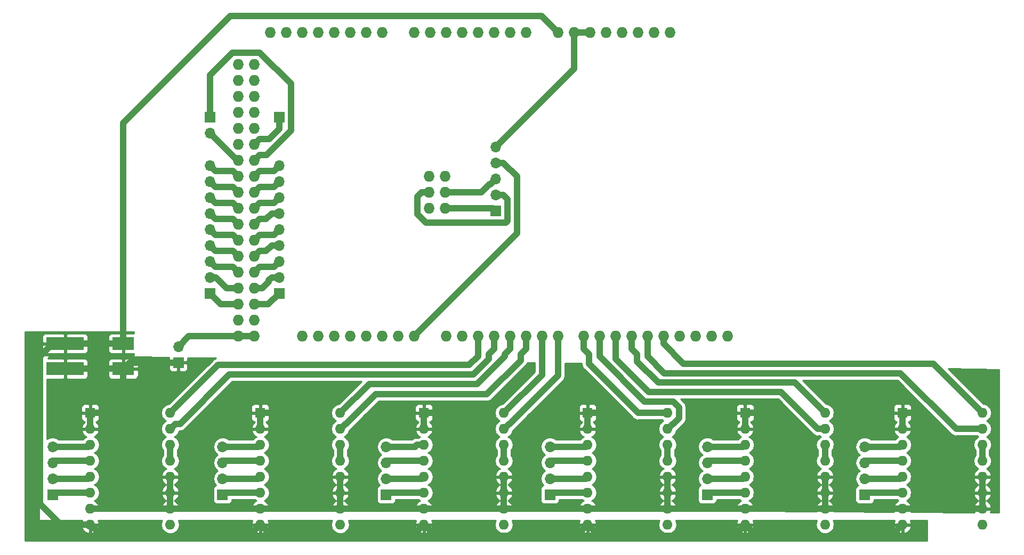
<source format=gbr>
G04 #@! TF.GenerationSoftware,KiCad,Pcbnew,5.0.2-bee76a0~70~ubuntu18.04.1*
G04 #@! TF.CreationDate,2019-07-03T11:01:47+02:00*
G04 #@! TF.ProjectId,stepper_control,73746570-7065-4725-9f63-6f6e74726f6c,rev?*
G04 #@! TF.SameCoordinates,Original*
G04 #@! TF.FileFunction,Copper,L1,Top*
G04 #@! TF.FilePolarity,Positive*
%FSLAX46Y46*%
G04 Gerber Fmt 4.6, Leading zero omitted, Abs format (unit mm)*
G04 Created by KiCad (PCBNEW 5.0.2-bee76a0~70~ubuntu18.04.1) date Mi 03 Jul 2019 11:01:47 CEST*
%MOMM*%
%LPD*%
G01*
G04 APERTURE LIST*
G04 #@! TA.AperFunction,ComponentPad*
%ADD10O,1.727200X1.727200*%
G04 #@! TD*
G04 #@! TA.AperFunction,ComponentPad*
%ADD11R,1.600000X1.600000*%
G04 #@! TD*
G04 #@! TA.AperFunction,ComponentPad*
%ADD12O,1.600000X1.600000*%
G04 #@! TD*
G04 #@! TA.AperFunction,SMDPad,CuDef*
%ADD13R,3.500000X2.000000*%
G04 #@! TD*
G04 #@! TA.AperFunction,SMDPad,CuDef*
%ADD14R,6.000000X2.000000*%
G04 #@! TD*
G04 #@! TA.AperFunction,ComponentPad*
%ADD15R,1.700000X1.700000*%
G04 #@! TD*
G04 #@! TA.AperFunction,ComponentPad*
%ADD16O,1.700000X1.700000*%
G04 #@! TD*
G04 #@! TA.AperFunction,Conductor*
%ADD17C,1.000000*%
G04 #@! TD*
G04 #@! TA.AperFunction,Conductor*
%ADD18C,0.254000*%
G04 #@! TD*
G04 APERTURE END LIST*
D10*
G04 #@! TO.P,XA1,RST2*
G04 #@! TO.N,Net-(XA1-PadRST2)*
X67373000Y-27400000D03*
G04 #@! TO.P,XA1,GND4*
G04 #@! TO.N,Net-(XA1-PadGND4)*
X64833000Y-27400000D03*
G04 #@! TO.P,XA1,MOSI*
G04 #@! TO.N,/MOSI*
X64833000Y-29940000D03*
G04 #@! TO.P,XA1,SCK*
G04 #@! TO.N,/SCK*
X67373000Y-29940000D03*
G04 #@! TO.P,XA1,5V2*
G04 #@! TO.N,Net-(XA1-Pad5V2)*
X64833000Y-32480000D03*
G04 #@! TO.P,XA1,A0*
G04 #@! TO.N,Net-(XA1-PadA0)*
X80200000Y-4540000D03*
G04 #@! TO.P,XA1,VIN*
G04 #@! TO.N,+12V*
X85280000Y-4540000D03*
G04 #@! TO.P,XA1,GND3*
G04 #@! TO.N,GND*
X87820000Y-4540000D03*
G04 #@! TO.P,XA1,GND2*
X90360000Y-4540000D03*
G04 #@! TO.P,XA1,5V1*
G04 #@! TO.N,/5V*
X92900000Y-4540000D03*
G04 #@! TO.P,XA1,3V3*
G04 #@! TO.N,Net-(XA1-Pad3V3)*
X95440000Y-4540000D03*
G04 #@! TO.P,XA1,RST1*
G04 #@! TO.N,Net-(XA1-PadRST1)*
X97980000Y-4540000D03*
G04 #@! TO.P,XA1,IORF*
G04 #@! TO.N,Net-(XA1-PadIORF)*
X100520000Y-4540000D03*
G04 #@! TO.P,XA1,D21*
G04 #@! TO.N,Net-(XA1-PadD21)*
X44640000Y-52800000D03*
G04 #@! TO.P,XA1,D20*
G04 #@! TO.N,Net-(XA1-PadD20)*
X47180000Y-52800000D03*
G04 #@! TO.P,XA1,D19*
G04 #@! TO.N,Net-(XA1-PadD19)*
X49720000Y-52800000D03*
G04 #@! TO.P,XA1,D18*
G04 #@! TO.N,Net-(XA1-PadD18)*
X52260000Y-52800000D03*
G04 #@! TO.P,XA1,D17*
G04 #@! TO.N,Net-(XA1-PadD17)*
X54800000Y-52800000D03*
G04 #@! TO.P,XA1,D16*
G04 #@! TO.N,Net-(XA1-PadD16)*
X57340000Y-52800000D03*
G04 #@! TO.P,XA1,D15*
G04 #@! TO.N,Net-(XA1-PadD15)*
X59880000Y-52800000D03*
G04 #@! TO.P,XA1,D14*
G04 #@! TO.N,/SS*
X62420000Y-52800000D03*
G04 #@! TO.P,XA1,D0*
G04 #@! TO.N,Net-(XA1-PadD0)*
X67500000Y-52800000D03*
G04 #@! TO.P,XA1,D1*
G04 #@! TO.N,Net-(XA1-PadD1)*
X70040000Y-52800000D03*
G04 #@! TO.P,XA1,D2*
G04 #@! TO.N,/DIR_motor0*
X72580000Y-52800000D03*
G04 #@! TO.P,XA1,D3*
G04 #@! TO.N,/STEP_motor0*
X75120000Y-52800000D03*
G04 #@! TO.P,XA1,D4*
G04 #@! TO.N,/DIR_motor1*
X77660000Y-52800000D03*
G04 #@! TO.P,XA1,D5*
G04 #@! TO.N,/STEP_motor1*
X80200000Y-52800000D03*
G04 #@! TO.P,XA1,D6*
G04 #@! TO.N,/DIR_motor2*
X82740000Y-52800000D03*
G04 #@! TO.P,XA1,D7*
G04 #@! TO.N,/STEP_motor2*
X85280000Y-52800000D03*
G04 #@! TO.P,XA1,GND1*
G04 #@! TO.N,GND*
X104584000Y-52800000D03*
G04 #@! TO.P,XA1,D8*
G04 #@! TO.N,/DIR_motor3*
X89344000Y-52800000D03*
G04 #@! TO.P,XA1,D9*
G04 #@! TO.N,/STEP_motor3*
X91884000Y-52800000D03*
G04 #@! TO.P,XA1,D10*
G04 #@! TO.N,/DIR_motor4*
X94424000Y-52800000D03*
G04 #@! TO.P,XA1,SCL*
G04 #@! TO.N,Net-(XA1-PadSCL)*
X112204000Y-52800000D03*
G04 #@! TO.P,XA1,SDA*
G04 #@! TO.N,Net-(XA1-PadSDA)*
X109664000Y-52800000D03*
G04 #@! TO.P,XA1,AREF*
G04 #@! TO.N,Net-(XA1-PadAREF)*
X107124000Y-52800000D03*
G04 #@! TO.P,XA1,D13*
G04 #@! TO.N,/STEP_motor5*
X102044000Y-52800000D03*
G04 #@! TO.P,XA1,D12*
G04 #@! TO.N,/DIR_motor5*
X99504000Y-52800000D03*
G04 #@! TO.P,XA1,D11*
G04 #@! TO.N,/STEP_motor4*
X96964000Y-52800000D03*
G04 #@! TO.P,XA1,*
G04 #@! TO.N,*
X103060000Y-4540000D03*
G04 #@! TO.P,XA1,A1*
G04 #@! TO.N,Net-(XA1-PadA1)*
X77660000Y-4540000D03*
G04 #@! TO.P,XA1,A2*
G04 #@! TO.N,Net-(XA1-PadA2)*
X75120000Y-4540000D03*
G04 #@! TO.P,XA1,A3*
G04 #@! TO.N,Net-(XA1-PadA3)*
X72580000Y-4540000D03*
G04 #@! TO.P,XA1,A4*
G04 #@! TO.N,Net-(XA1-PadA4)*
X70040000Y-4540000D03*
G04 #@! TO.P,XA1,A5*
G04 #@! TO.N,Net-(XA1-PadA5)*
X67500000Y-4540000D03*
G04 #@! TO.P,XA1,A6*
G04 #@! TO.N,Net-(XA1-PadA6)*
X64960000Y-4540000D03*
G04 #@! TO.P,XA1,A7*
G04 #@! TO.N,Net-(XA1-PadA7)*
X62420000Y-4540000D03*
G04 #@! TO.P,XA1,A8*
G04 #@! TO.N,Net-(XA1-PadA8)*
X57340000Y-4540000D03*
G04 #@! TO.P,XA1,A9*
G04 #@! TO.N,Net-(XA1-PadA9)*
X54800000Y-4540000D03*
G04 #@! TO.P,XA1,A10*
G04 #@! TO.N,Net-(XA1-PadA10)*
X52260000Y-4540000D03*
G04 #@! TO.P,XA1,A11*
G04 #@! TO.N,Net-(XA1-PadA11)*
X49720000Y-4540000D03*
G04 #@! TO.P,XA1,A12*
G04 #@! TO.N,Net-(XA1-PadA12)*
X47180000Y-4540000D03*
G04 #@! TO.P,XA1,A13*
G04 #@! TO.N,Net-(XA1-PadA13)*
X44640000Y-4540000D03*
G04 #@! TO.P,XA1,A14*
G04 #@! TO.N,Net-(XA1-PadA14)*
X42100000Y-4540000D03*
G04 #@! TO.P,XA1,A15*
G04 #@! TO.N,Net-(XA1-PadA15)*
X39560000Y-4540000D03*
G04 #@! TO.P,XA1,5V3*
G04 #@! TO.N,/5V*
X37020000Y-52800000D03*
G04 #@! TO.P,XA1,5V4*
X34480000Y-52800000D03*
G04 #@! TO.P,XA1,D22*
G04 #@! TO.N,Net-(XA1-PadD22)*
X37020000Y-50260000D03*
G04 #@! TO.P,XA1,D23*
G04 #@! TO.N,Net-(XA1-PadD23)*
X34480000Y-50260000D03*
G04 #@! TO.P,XA1,D24*
G04 #@! TO.N,/UP_motor0*
X37020000Y-47720000D03*
G04 #@! TO.P,XA1,D25*
G04 #@! TO.N,/DOWN_motor0*
X34480000Y-47720000D03*
G04 #@! TO.P,XA1,D26*
G04 #@! TO.N,/HOME_motor0*
X37020000Y-45180000D03*
G04 #@! TO.P,XA1,D27*
G04 #@! TO.N,/UP_motor1*
X34480000Y-45180000D03*
G04 #@! TO.P,XA1,D28*
G04 #@! TO.N,/DOWN_motor1*
X37020000Y-42640000D03*
G04 #@! TO.P,XA1,D29*
G04 #@! TO.N,/HOME_motor1*
X34480000Y-42640000D03*
G04 #@! TO.P,XA1,D30*
G04 #@! TO.N,/UP_motor2*
X37020000Y-40100000D03*
G04 #@! TO.P,XA1,D31*
G04 #@! TO.N,/DOWN_motor2*
X34480000Y-40100000D03*
G04 #@! TO.P,XA1,D32*
G04 #@! TO.N,/HOME_motor2*
X37020000Y-37560000D03*
G04 #@! TO.P,XA1,D33*
G04 #@! TO.N,/UP_motor3*
X34480000Y-37560000D03*
G04 #@! TO.P,XA1,D34*
G04 #@! TO.N,/DOWN_motor3*
X37020000Y-35020000D03*
G04 #@! TO.P,XA1,D35*
G04 #@! TO.N,/HOME_motor3*
X34480000Y-35020000D03*
G04 #@! TO.P,XA1,D36*
G04 #@! TO.N,/UP_motor4*
X37020000Y-32480000D03*
G04 #@! TO.P,XA1,D37*
G04 #@! TO.N,/DOWN_motor4*
X34480000Y-32480000D03*
G04 #@! TO.P,XA1,D38*
G04 #@! TO.N,/HOME_motor4*
X37020000Y-29940000D03*
G04 #@! TO.P,XA1,D39*
G04 #@! TO.N,/UP_motor5*
X34480000Y-29940000D03*
G04 #@! TO.P,XA1,D40*
G04 #@! TO.N,/DOWN_motor5*
X37020000Y-27400000D03*
G04 #@! TO.P,XA1,D41*
G04 #@! TO.N,/HOME_motor5*
X34480000Y-27400000D03*
G04 #@! TO.P,XA1,D42*
G04 #@! TO.N,/EMERGENCY*
X37020000Y-24860000D03*
G04 #@! TO.P,XA1,D43*
G04 #@! TO.N,/ONOFF*
X34480000Y-24860000D03*
G04 #@! TO.P,XA1,D44*
G04 #@! TO.N,/NEOPIXEL*
X37020000Y-22320000D03*
G04 #@! TO.P,XA1,D45*
G04 #@! TO.N,Net-(XA1-PadD45)*
X34480000Y-22320000D03*
G04 #@! TO.P,XA1,D46*
G04 #@! TO.N,Net-(XA1-PadD46)*
X37020000Y-19780000D03*
G04 #@! TO.P,XA1,D47*
G04 #@! TO.N,Net-(XA1-PadD47)*
X34480000Y-19780000D03*
G04 #@! TO.P,XA1,D48*
G04 #@! TO.N,Net-(XA1-PadD48)*
X37020000Y-17240000D03*
G04 #@! TO.P,XA1,D49*
G04 #@! TO.N,Net-(XA1-PadD49)*
X34480000Y-17240000D03*
G04 #@! TO.P,XA1,D50*
G04 #@! TO.N,Net-(XA1-PadD50)*
X37020000Y-14700000D03*
G04 #@! TO.P,XA1,D51*
G04 #@! TO.N,Net-(XA1-PadD51)*
X34480000Y-14700000D03*
G04 #@! TO.P,XA1,D52*
G04 #@! TO.N,Net-(XA1-PadD52)*
X37020000Y-12160000D03*
G04 #@! TO.P,XA1,D53*
G04 #@! TO.N,Net-(XA1-PadD53)*
X34480000Y-12160000D03*
G04 #@! TO.P,XA1,GND5*
G04 #@! TO.N,GND*
X37020000Y-9620000D03*
G04 #@! TO.P,XA1,GND6*
X34480000Y-9620000D03*
G04 #@! TO.P,XA1,MISO*
G04 #@! TO.N,/MISO*
X67373000Y-32480000D03*
G04 #@! TD*
D11*
G04 #@! TO.P,A1,1*
G04 #@! TO.N,GND*
X11000000Y-65000000D03*
D12*
G04 #@! TO.P,A1,9*
G04 #@! TO.N,Net-(A1-Pad9)*
X23700000Y-82780000D03*
G04 #@! TO.P,A1,2*
G04 #@! TO.N,GND*
X11000000Y-67540000D03*
G04 #@! TO.P,A1,10*
X23700000Y-80240000D03*
G04 #@! TO.P,A1,3*
G04 #@! TO.N,Net-(A1-Pad3)*
X11000000Y-70080000D03*
G04 #@! TO.P,A1,11*
G04 #@! TO.N,GND*
X23700000Y-77700000D03*
G04 #@! TO.P,A1,4*
G04 #@! TO.N,Net-(A1-Pad4)*
X11000000Y-72620000D03*
G04 #@! TO.P,A1,12*
G04 #@! TO.N,GND*
X23700000Y-75160000D03*
G04 #@! TO.P,A1,5*
G04 #@! TO.N,Net-(A1-Pad5)*
X11000000Y-75160000D03*
G04 #@! TO.P,A1,13*
G04 #@! TO.N,Net-(A1-Pad13)*
X23700000Y-72620000D03*
G04 #@! TO.P,A1,6*
G04 #@! TO.N,Net-(A1-Pad6)*
X11000000Y-77700000D03*
G04 #@! TO.P,A1,14*
G04 #@! TO.N,Net-(A1-Pad13)*
X23700000Y-70080000D03*
G04 #@! TO.P,A1,7*
G04 #@! TO.N,GND*
X11000000Y-80240000D03*
G04 #@! TO.P,A1,15*
G04 #@! TO.N,/STEP_motor0*
X23700000Y-67540000D03*
G04 #@! TO.P,A1,8*
G04 #@! TO.N,+12V*
X11000000Y-82780000D03*
G04 #@! TO.P,A1,16*
G04 #@! TO.N,/DIR_motor0*
X23700000Y-65000000D03*
G04 #@! TD*
G04 #@! TO.P,A2,16*
G04 #@! TO.N,/DIR_motor1*
X50700000Y-65000000D03*
G04 #@! TO.P,A2,8*
G04 #@! TO.N,+12V*
X38000000Y-82780000D03*
G04 #@! TO.P,A2,15*
G04 #@! TO.N,/STEP_motor1*
X50700000Y-67540000D03*
G04 #@! TO.P,A2,7*
G04 #@! TO.N,GND*
X38000000Y-80240000D03*
G04 #@! TO.P,A2,14*
G04 #@! TO.N,Net-(A2-Pad13)*
X50700000Y-70080000D03*
G04 #@! TO.P,A2,6*
G04 #@! TO.N,Net-(A2-Pad6)*
X38000000Y-77700000D03*
G04 #@! TO.P,A2,13*
G04 #@! TO.N,Net-(A2-Pad13)*
X50700000Y-72620000D03*
G04 #@! TO.P,A2,5*
G04 #@! TO.N,Net-(A2-Pad5)*
X38000000Y-75160000D03*
G04 #@! TO.P,A2,12*
G04 #@! TO.N,GND*
X50700000Y-75160000D03*
G04 #@! TO.P,A2,4*
G04 #@! TO.N,Net-(A2-Pad4)*
X38000000Y-72620000D03*
G04 #@! TO.P,A2,11*
G04 #@! TO.N,GND*
X50700000Y-77700000D03*
G04 #@! TO.P,A2,3*
G04 #@! TO.N,Net-(A2-Pad3)*
X38000000Y-70080000D03*
G04 #@! TO.P,A2,10*
G04 #@! TO.N,GND*
X50700000Y-80240000D03*
G04 #@! TO.P,A2,2*
X38000000Y-67540000D03*
G04 #@! TO.P,A2,9*
G04 #@! TO.N,Net-(A2-Pad9)*
X50700000Y-82780000D03*
D11*
G04 #@! TO.P,A2,1*
G04 #@! TO.N,GND*
X38000000Y-65000000D03*
G04 #@! TD*
G04 #@! TO.P,A3,1*
G04 #@! TO.N,GND*
X64000000Y-65000000D03*
D12*
G04 #@! TO.P,A3,9*
G04 #@! TO.N,Net-(A3-Pad9)*
X76700000Y-82780000D03*
G04 #@! TO.P,A3,2*
G04 #@! TO.N,GND*
X64000000Y-67540000D03*
G04 #@! TO.P,A3,10*
X76700000Y-80240000D03*
G04 #@! TO.P,A3,3*
G04 #@! TO.N,Net-(A3-Pad3)*
X64000000Y-70080000D03*
G04 #@! TO.P,A3,11*
G04 #@! TO.N,GND*
X76700000Y-77700000D03*
G04 #@! TO.P,A3,4*
G04 #@! TO.N,Net-(A3-Pad4)*
X64000000Y-72620000D03*
G04 #@! TO.P,A3,12*
G04 #@! TO.N,GND*
X76700000Y-75160000D03*
G04 #@! TO.P,A3,5*
G04 #@! TO.N,Net-(A3-Pad5)*
X64000000Y-75160000D03*
G04 #@! TO.P,A3,13*
G04 #@! TO.N,Net-(A3-Pad13)*
X76700000Y-72620000D03*
G04 #@! TO.P,A3,6*
G04 #@! TO.N,Net-(A3-Pad6)*
X64000000Y-77700000D03*
G04 #@! TO.P,A3,14*
G04 #@! TO.N,Net-(A3-Pad13)*
X76700000Y-70080000D03*
G04 #@! TO.P,A3,7*
G04 #@! TO.N,GND*
X64000000Y-80240000D03*
G04 #@! TO.P,A3,15*
G04 #@! TO.N,/STEP_motor2*
X76700000Y-67540000D03*
G04 #@! TO.P,A3,8*
G04 #@! TO.N,+12V*
X64000000Y-82780000D03*
G04 #@! TO.P,A3,16*
G04 #@! TO.N,/DIR_motor2*
X76700000Y-65000000D03*
G04 #@! TD*
G04 #@! TO.P,A4,16*
G04 #@! TO.N,/DIR_motor3*
X102700000Y-65000000D03*
G04 #@! TO.P,A4,8*
G04 #@! TO.N,+12V*
X90000000Y-82780000D03*
G04 #@! TO.P,A4,15*
G04 #@! TO.N,/STEP_motor3*
X102700000Y-67540000D03*
G04 #@! TO.P,A4,7*
G04 #@! TO.N,GND*
X90000000Y-80240000D03*
G04 #@! TO.P,A4,14*
G04 #@! TO.N,Net-(A4-Pad13)*
X102700000Y-70080000D03*
G04 #@! TO.P,A4,6*
G04 #@! TO.N,Net-(A4-Pad6)*
X90000000Y-77700000D03*
G04 #@! TO.P,A4,13*
G04 #@! TO.N,Net-(A4-Pad13)*
X102700000Y-72620000D03*
G04 #@! TO.P,A4,5*
G04 #@! TO.N,Net-(A4-Pad5)*
X90000000Y-75160000D03*
G04 #@! TO.P,A4,12*
G04 #@! TO.N,GND*
X102700000Y-75160000D03*
G04 #@! TO.P,A4,4*
G04 #@! TO.N,Net-(A4-Pad4)*
X90000000Y-72620000D03*
G04 #@! TO.P,A4,11*
G04 #@! TO.N,GND*
X102700000Y-77700000D03*
G04 #@! TO.P,A4,3*
G04 #@! TO.N,Net-(A4-Pad3)*
X90000000Y-70080000D03*
G04 #@! TO.P,A4,10*
G04 #@! TO.N,GND*
X102700000Y-80240000D03*
G04 #@! TO.P,A4,2*
X90000000Y-67540000D03*
G04 #@! TO.P,A4,9*
G04 #@! TO.N,Net-(A4-Pad9)*
X102700000Y-82780000D03*
D11*
G04 #@! TO.P,A4,1*
G04 #@! TO.N,GND*
X90000000Y-65000000D03*
G04 #@! TD*
G04 #@! TO.P,A5,1*
G04 #@! TO.N,GND*
X115000000Y-65000000D03*
D12*
G04 #@! TO.P,A5,9*
G04 #@! TO.N,Net-(A5-Pad9)*
X127700000Y-82780000D03*
G04 #@! TO.P,A5,2*
G04 #@! TO.N,GND*
X115000000Y-67540000D03*
G04 #@! TO.P,A5,10*
X127700000Y-80240000D03*
G04 #@! TO.P,A5,3*
G04 #@! TO.N,Net-(A5-Pad3)*
X115000000Y-70080000D03*
G04 #@! TO.P,A5,11*
G04 #@! TO.N,GND*
X127700000Y-77700000D03*
G04 #@! TO.P,A5,4*
G04 #@! TO.N,Net-(A5-Pad4)*
X115000000Y-72620000D03*
G04 #@! TO.P,A5,12*
G04 #@! TO.N,GND*
X127700000Y-75160000D03*
G04 #@! TO.P,A5,5*
G04 #@! TO.N,Net-(A5-Pad5)*
X115000000Y-75160000D03*
G04 #@! TO.P,A5,13*
G04 #@! TO.N,Net-(A5-Pad13)*
X127700000Y-72620000D03*
G04 #@! TO.P,A5,6*
G04 #@! TO.N,Net-(A5-Pad6)*
X115000000Y-77700000D03*
G04 #@! TO.P,A5,14*
G04 #@! TO.N,Net-(A5-Pad13)*
X127700000Y-70080000D03*
G04 #@! TO.P,A5,7*
G04 #@! TO.N,GND*
X115000000Y-80240000D03*
G04 #@! TO.P,A5,15*
G04 #@! TO.N,/DIR_motor4*
X127700000Y-67540000D03*
G04 #@! TO.P,A5,8*
G04 #@! TO.N,+12V*
X115000000Y-82780000D03*
G04 #@! TO.P,A5,16*
G04 #@! TO.N,/STEP_motor4*
X127700000Y-65000000D03*
G04 #@! TD*
G04 #@! TO.P,A6,16*
G04 #@! TO.N,/STEP_motor5*
X152700000Y-65000000D03*
G04 #@! TO.P,A6,8*
G04 #@! TO.N,+12V*
X140000000Y-82780000D03*
G04 #@! TO.P,A6,15*
G04 #@! TO.N,/DIR_motor5*
X152700000Y-67540000D03*
G04 #@! TO.P,A6,7*
G04 #@! TO.N,GND*
X140000000Y-80240000D03*
G04 #@! TO.P,A6,14*
G04 #@! TO.N,Net-(A6-Pad13)*
X152700000Y-70080000D03*
G04 #@! TO.P,A6,6*
G04 #@! TO.N,Net-(A6-Pad6)*
X140000000Y-77700000D03*
G04 #@! TO.P,A6,13*
G04 #@! TO.N,Net-(A6-Pad13)*
X152700000Y-72620000D03*
G04 #@! TO.P,A6,5*
G04 #@! TO.N,Net-(A6-Pad5)*
X140000000Y-75160000D03*
G04 #@! TO.P,A6,12*
G04 #@! TO.N,GND*
X152700000Y-75160000D03*
G04 #@! TO.P,A6,4*
G04 #@! TO.N,Net-(A6-Pad4)*
X140000000Y-72620000D03*
G04 #@! TO.P,A6,11*
G04 #@! TO.N,GND*
X152700000Y-77700000D03*
G04 #@! TO.P,A6,3*
G04 #@! TO.N,Net-(A6-Pad3)*
X140000000Y-70080000D03*
G04 #@! TO.P,A6,10*
G04 #@! TO.N,GND*
X152700000Y-80240000D03*
G04 #@! TO.P,A6,2*
X140000000Y-67540000D03*
G04 #@! TO.P,A6,9*
G04 #@! TO.N,Net-(A6-Pad9)*
X152700000Y-82780000D03*
D11*
G04 #@! TO.P,A6,1*
G04 #@! TO.N,GND*
X140000000Y-65000000D03*
G04 #@! TD*
D13*
G04 #@! TO.P,J1,2*
G04 #@! TO.N,+12V*
X16250000Y-54000000D03*
D14*
X7000000Y-54000000D03*
G04 #@! TO.P,J1,1*
G04 #@! TO.N,GND*
X7000000Y-58000000D03*
D13*
X16250000Y-58000000D03*
G04 #@! TD*
D15*
G04 #@! TO.P,J2,1*
G04 #@! TO.N,Net-(A1-Pad6)*
X5000000Y-78000000D03*
D16*
G04 #@! TO.P,J2,2*
G04 #@! TO.N,Net-(A1-Pad5)*
X5000000Y-75460000D03*
G04 #@! TO.P,J2,3*
G04 #@! TO.N,Net-(A1-Pad4)*
X5000000Y-72920000D03*
G04 #@! TO.P,J2,4*
G04 #@! TO.N,Net-(A1-Pad3)*
X5000000Y-70380000D03*
G04 #@! TD*
G04 #@! TO.P,J3,4*
G04 #@! TO.N,Net-(A2-Pad3)*
X32000000Y-70380000D03*
G04 #@! TO.P,J3,3*
G04 #@! TO.N,Net-(A2-Pad4)*
X32000000Y-72920000D03*
G04 #@! TO.P,J3,2*
G04 #@! TO.N,Net-(A2-Pad5)*
X32000000Y-75460000D03*
D15*
G04 #@! TO.P,J3,1*
G04 #@! TO.N,Net-(A2-Pad6)*
X32000000Y-78000000D03*
G04 #@! TD*
G04 #@! TO.P,J4,1*
G04 #@! TO.N,Net-(A3-Pad6)*
X58000000Y-78000000D03*
D16*
G04 #@! TO.P,J4,2*
G04 #@! TO.N,Net-(A3-Pad5)*
X58000000Y-75460000D03*
G04 #@! TO.P,J4,3*
G04 #@! TO.N,Net-(A3-Pad4)*
X58000000Y-72920000D03*
G04 #@! TO.P,J4,4*
G04 #@! TO.N,Net-(A3-Pad3)*
X58000000Y-70380000D03*
G04 #@! TD*
G04 #@! TO.P,J5,4*
G04 #@! TO.N,Net-(A4-Pad3)*
X84000000Y-70380000D03*
G04 #@! TO.P,J5,3*
G04 #@! TO.N,Net-(A4-Pad4)*
X84000000Y-72920000D03*
G04 #@! TO.P,J5,2*
G04 #@! TO.N,Net-(A4-Pad5)*
X84000000Y-75460000D03*
D15*
G04 #@! TO.P,J5,1*
G04 #@! TO.N,Net-(A4-Pad6)*
X84000000Y-78000000D03*
G04 #@! TD*
G04 #@! TO.P,J6,1*
G04 #@! TO.N,Net-(A5-Pad6)*
X109000000Y-78000000D03*
D16*
G04 #@! TO.P,J6,2*
G04 #@! TO.N,Net-(A5-Pad5)*
X109000000Y-75460000D03*
G04 #@! TO.P,J6,3*
G04 #@! TO.N,Net-(A5-Pad4)*
X109000000Y-72920000D03*
G04 #@! TO.P,J6,4*
G04 #@! TO.N,Net-(A5-Pad3)*
X109000000Y-70380000D03*
G04 #@! TD*
G04 #@! TO.P,J8,4*
G04 #@! TO.N,Net-(A6-Pad3)*
X134000000Y-70380000D03*
G04 #@! TO.P,J8,3*
G04 #@! TO.N,Net-(A6-Pad4)*
X134000000Y-72920000D03*
G04 #@! TO.P,J8,2*
G04 #@! TO.N,Net-(A6-Pad5)*
X134000000Y-75460000D03*
D15*
G04 #@! TO.P,J8,1*
G04 #@! TO.N,Net-(A6-Pad6)*
X134000000Y-78000000D03*
G04 #@! TD*
G04 #@! TO.P,J9,1*
G04 #@! TO.N,/DOWN_motor0*
X30000000Y-46000000D03*
D16*
G04 #@! TO.P,J9,2*
G04 #@! TO.N,/UP_motor1*
X30000000Y-43460000D03*
G04 #@! TO.P,J9,3*
G04 #@! TO.N,/HOME_motor1*
X30000000Y-40920000D03*
G04 #@! TO.P,J9,4*
G04 #@! TO.N,/DOWN_motor2*
X30000000Y-38380000D03*
G04 #@! TO.P,J9,5*
G04 #@! TO.N,/UP_motor3*
X30000000Y-35840000D03*
G04 #@! TO.P,J9,6*
G04 #@! TO.N,/HOME_motor3*
X30000000Y-33300000D03*
G04 #@! TO.P,J9,7*
G04 #@! TO.N,/DOWN_motor4*
X30000000Y-30760000D03*
G04 #@! TO.P,J9,8*
G04 #@! TO.N,/UP_motor5*
X30000000Y-28220000D03*
G04 #@! TO.P,J9,9*
G04 #@! TO.N,/HOME_motor5*
X30000000Y-25680000D03*
G04 #@! TD*
G04 #@! TO.P,J10,9*
G04 #@! TO.N,/DOWN_motor5*
X41000000Y-25680000D03*
G04 #@! TO.P,J10,8*
G04 #@! TO.N,/HOME_motor4*
X41000000Y-28220000D03*
G04 #@! TO.P,J10,7*
G04 #@! TO.N,/UP_motor4*
X41000000Y-30760000D03*
G04 #@! TO.P,J10,6*
G04 #@! TO.N,/DOWN_motor3*
X41000000Y-33300000D03*
G04 #@! TO.P,J10,5*
G04 #@! TO.N,/HOME_motor2*
X41000000Y-35840000D03*
G04 #@! TO.P,J10,4*
G04 #@! TO.N,/UP_motor2*
X41000000Y-38380000D03*
G04 #@! TO.P,J10,3*
G04 #@! TO.N,/DOWN_motor1*
X41000000Y-40920000D03*
G04 #@! TO.P,J10,2*
G04 #@! TO.N,/HOME_motor0*
X41000000Y-43460000D03*
D15*
G04 #@! TO.P,J10,1*
G04 #@! TO.N,/UP_motor0*
X41000000Y-46000000D03*
G04 #@! TD*
G04 #@! TO.P,J7,1*
G04 #@! TO.N,GND*
X25000000Y-57000000D03*
D16*
G04 #@! TO.P,J7,2*
G04 #@! TO.N,/5V*
X25000000Y-54460000D03*
G04 #@! TD*
D15*
G04 #@! TO.P,J11,1*
G04 #@! TO.N,/NEOPIXEL*
X41000000Y-18000000D03*
G04 #@! TD*
D16*
G04 #@! TO.P,J12,2*
G04 #@! TO.N,/ONOFF*
X30000000Y-20540000D03*
D15*
G04 #@! TO.P,J12,1*
G04 #@! TO.N,/EMERGENCY*
X30000000Y-18000000D03*
G04 #@! TD*
G04 #@! TO.P,J13,1*
G04 #@! TO.N,/MISO*
X75400000Y-32900000D03*
D16*
G04 #@! TO.P,J13,2*
G04 #@! TO.N,/MOSI*
X75400000Y-30360000D03*
G04 #@! TO.P,J13,3*
G04 #@! TO.N,/SCK*
X75400000Y-27820000D03*
G04 #@! TO.P,J13,4*
G04 #@! TO.N,/SS*
X75400000Y-25280000D03*
G04 #@! TO.P,J13,5*
G04 #@! TO.N,GND*
X75400000Y-22740000D03*
G04 #@! TD*
D17*
G04 #@! TO.N,GND*
X23700000Y-77700000D02*
X23700000Y-80240000D01*
X50700000Y-77700000D02*
X50700000Y-80240000D01*
X76700000Y-77700000D02*
X76700000Y-80240000D01*
X76700000Y-75160000D02*
X76700000Y-77700000D01*
X102700000Y-75160000D02*
X102700000Y-80240000D01*
X127700000Y-75160000D02*
X127700000Y-80240000D01*
X152700000Y-75160000D02*
X152700000Y-80240000D01*
X50700000Y-75160000D02*
X50700000Y-77700000D01*
X23700000Y-75160000D02*
X23700000Y-80240000D01*
X13760000Y-65960000D02*
X13760000Y-80240000D01*
X11000000Y-65000000D02*
X12800000Y-65000000D01*
X13760000Y-80240000D02*
X11000000Y-80240000D01*
X40760000Y-65960000D02*
X40760000Y-80240000D01*
X39800000Y-65000000D02*
X40760000Y-65960000D01*
X38000000Y-65000000D02*
X39800000Y-65000000D01*
X40760000Y-80240000D02*
X13760000Y-80240000D01*
X67240000Y-66440000D02*
X67240000Y-80240000D01*
X64000000Y-65000000D02*
X65800000Y-65000000D01*
X65800000Y-65000000D02*
X67240000Y-66440000D01*
X67240000Y-80240000D02*
X40760000Y-80240000D01*
X92760000Y-65960000D02*
X92760000Y-80240000D01*
X90000000Y-65000000D02*
X91800000Y-65000000D01*
X91800000Y-65000000D02*
X92760000Y-65960000D01*
X92760000Y-80240000D02*
X67240000Y-80240000D01*
X116800000Y-65000000D02*
X118000000Y-66200000D01*
X115000000Y-65000000D02*
X116800000Y-65000000D01*
X118000000Y-80000000D02*
X118240000Y-80240000D01*
X118000000Y-66200000D02*
X118000000Y-80000000D01*
X118240000Y-80240000D02*
X92760000Y-80240000D01*
X141800000Y-65000000D02*
X143000000Y-66200000D01*
X140000000Y-65000000D02*
X141800000Y-65000000D01*
X143000000Y-80000000D02*
X142760000Y-80240000D01*
X143000000Y-66200000D02*
X143000000Y-80000000D01*
X152700000Y-80240000D02*
X142760000Y-80240000D01*
X142760000Y-80240000D02*
X118240000Y-80240000D01*
X141800000Y-65000000D02*
X142000000Y-64800000D01*
X7000000Y-58000000D02*
X16250000Y-58000000D01*
X12900000Y-63350000D02*
X12900000Y-65100000D01*
X16250000Y-58000000D02*
X16250000Y-60000000D01*
X12800000Y-65000000D02*
X12900000Y-65100000D01*
X16250000Y-60000000D02*
X12900000Y-63350000D01*
X12900000Y-65100000D02*
X13760000Y-65960000D01*
X17250000Y-57000000D02*
X16250000Y-58000000D01*
X25000000Y-57000000D02*
X17250000Y-57000000D01*
X115000000Y-65000000D02*
X115000000Y-67540000D01*
X140000000Y-65000000D02*
X140000000Y-67540000D01*
X90000000Y-65000000D02*
X90000000Y-67540000D01*
X64000000Y-65000000D02*
X64000000Y-67540000D01*
X38000000Y-65000000D02*
X38000000Y-67540000D01*
X11000000Y-65000000D02*
X11000000Y-67540000D01*
X87820000Y-10320000D02*
X87820000Y-4540000D01*
X75400000Y-22740000D02*
X87820000Y-10320000D01*
X87820000Y-4540000D02*
X90360000Y-4540000D01*
G04 #@! TO.N,Net-(A1-Pad3)*
X10700000Y-70380000D02*
X11000000Y-70080000D01*
X5000000Y-70380000D02*
X10700000Y-70380000D01*
G04 #@! TO.N,Net-(A1-Pad4)*
X5300000Y-72620000D02*
X5000000Y-72920000D01*
X11000000Y-72620000D02*
X5300000Y-72620000D01*
G04 #@! TO.N,Net-(A1-Pad5)*
X10700000Y-75460000D02*
X11000000Y-75160000D01*
X5000000Y-75460000D02*
X10700000Y-75460000D01*
G04 #@! TO.N,Net-(A1-Pad13)*
X23700000Y-70080000D02*
X23700000Y-72620000D01*
G04 #@! TO.N,Net-(A1-Pad6)*
X5300000Y-77700000D02*
X5000000Y-78000000D01*
X11000000Y-77700000D02*
X5300000Y-77700000D01*
G04 #@! TO.N,/STEP_motor0*
X24499999Y-66740001D02*
X25259999Y-66740001D01*
X23700000Y-67540000D02*
X24499999Y-66740001D01*
X71822638Y-58900010D02*
X74256401Y-56466247D01*
X33099989Y-58900011D02*
X71822638Y-58900010D01*
X74256401Y-55663599D02*
X75120000Y-54800000D01*
X74256401Y-56466247D02*
X74256401Y-55663599D01*
X25259999Y-66740001D02*
X33099989Y-58900011D01*
X75120000Y-52800000D02*
X75120000Y-54800000D01*
G04 #@! TO.N,/DIR_motor0*
X31299999Y-57400001D02*
X23700000Y-65000000D01*
X72580000Y-52800000D02*
X72580000Y-56021314D01*
X71201313Y-57400001D02*
X31299999Y-57400001D01*
X72580000Y-56021314D02*
X71201313Y-57400001D01*
G04 #@! TO.N,/DIR_motor1*
X76796401Y-55663599D02*
X77660000Y-54800000D01*
X76796401Y-56047581D02*
X76796401Y-55663599D01*
X72443963Y-60400019D02*
X76796401Y-56047581D01*
X55299981Y-60400019D02*
X72443963Y-60400019D01*
X50700000Y-65000000D02*
X55299981Y-60400019D01*
X77660000Y-54800000D02*
X77660000Y-52800000D01*
G04 #@! TO.N,/STEP_motor1*
X79336401Y-55663599D02*
X79336401Y-56663599D01*
X80200000Y-54800000D02*
X79336401Y-55663599D01*
X79336401Y-56663599D02*
X74000000Y-62000000D01*
X51499999Y-66740001D02*
X50700000Y-67540000D01*
X51624001Y-66740001D02*
X51499999Y-66740001D01*
X56364002Y-62000000D02*
X51624001Y-66740001D01*
X74000000Y-62000000D02*
X56364002Y-62000000D01*
X80200000Y-52800000D02*
X80200000Y-54800000D01*
G04 #@! TO.N,Net-(A2-Pad13)*
X50700000Y-70080000D02*
X50700000Y-72620000D01*
G04 #@! TO.N,Net-(A2-Pad6)*
X32300000Y-77700000D02*
X32000000Y-78000000D01*
X38000000Y-77700000D02*
X32300000Y-77700000D01*
G04 #@! TO.N,Net-(A2-Pad5)*
X37700000Y-75460000D02*
X38000000Y-75160000D01*
X32000000Y-75460000D02*
X37700000Y-75460000D01*
G04 #@! TO.N,Net-(A2-Pad4)*
X32300000Y-72620000D02*
X32000000Y-72920000D01*
X38000000Y-72620000D02*
X32300000Y-72620000D01*
G04 #@! TO.N,Net-(A2-Pad3)*
X37700000Y-70380000D02*
X38000000Y-70080000D01*
X32000000Y-70380000D02*
X37700000Y-70380000D01*
G04 #@! TO.N,Net-(A3-Pad3)*
X58000000Y-70380000D02*
X62620000Y-70380000D01*
X62868630Y-70080000D02*
X64000000Y-70080000D01*
X62620000Y-70328630D02*
X62868630Y-70080000D01*
X62620000Y-70380000D02*
X62620000Y-70328630D01*
G04 #@! TO.N,Net-(A3-Pad4)*
X58300000Y-72620000D02*
X58000000Y-72920000D01*
X64000000Y-72620000D02*
X58300000Y-72620000D01*
G04 #@! TO.N,Net-(A3-Pad5)*
X63700000Y-75460000D02*
X64000000Y-75160000D01*
X58000000Y-75460000D02*
X63700000Y-75460000D01*
G04 #@! TO.N,Net-(A3-Pad13)*
X76700000Y-70080000D02*
X76700000Y-72620000D01*
G04 #@! TO.N,Net-(A3-Pad6)*
X58300000Y-77700000D02*
X58000000Y-78000000D01*
X64000000Y-77700000D02*
X58300000Y-77700000D01*
G04 #@! TO.N,/STEP_motor2*
X77499999Y-66740001D02*
X76700000Y-67540000D01*
X77624001Y-66740001D02*
X77499999Y-66740001D01*
X85280000Y-52800000D02*
X85280000Y-59084002D01*
X85280000Y-59084002D02*
X77624001Y-66740001D01*
G04 #@! TO.N,/DIR_motor2*
X82740000Y-58960000D02*
X82740000Y-54800000D01*
X76700000Y-65000000D02*
X82740000Y-58960000D01*
X82740000Y-54800000D02*
X82740000Y-52800000D01*
G04 #@! TO.N,/DIR_motor3*
X90207599Y-55663599D02*
X90207599Y-57207599D01*
X89344000Y-54800000D02*
X90207599Y-55663599D01*
X90207599Y-57207599D02*
X98000000Y-65000000D01*
X98000000Y-65000000D02*
X102700000Y-65000000D01*
X89344000Y-52800000D02*
X89344000Y-54800000D01*
G04 #@! TO.N,/STEP_motor3*
X103624001Y-66740001D02*
X103499999Y-66740001D01*
X104500001Y-65864001D02*
X103624001Y-66740001D01*
X103499999Y-66740001D02*
X102700000Y-67540000D01*
X104500001Y-64135999D02*
X104500001Y-65864001D01*
X103564001Y-63199999D02*
X104500001Y-64135999D01*
X99062685Y-63199999D02*
X103564001Y-63199999D01*
X91884000Y-56021314D02*
X99062685Y-63199999D01*
X91884000Y-54800000D02*
X91884000Y-56021314D01*
X91884000Y-54800000D02*
X91884000Y-52800000D01*
G04 #@! TO.N,Net-(A4-Pad13)*
X102700000Y-70080000D02*
X102700000Y-72620000D01*
G04 #@! TO.N,Net-(A4-Pad6)*
X84300000Y-77700000D02*
X84000000Y-78000000D01*
X90000000Y-77700000D02*
X84300000Y-77700000D01*
G04 #@! TO.N,Net-(A4-Pad5)*
X89700000Y-75460000D02*
X90000000Y-75160000D01*
X84000000Y-75460000D02*
X89700000Y-75460000D01*
G04 #@! TO.N,Net-(A4-Pad4)*
X84300000Y-72620000D02*
X84000000Y-72920000D01*
X90000000Y-72620000D02*
X84300000Y-72620000D01*
G04 #@! TO.N,Net-(A4-Pad3)*
X89700000Y-70380000D02*
X90000000Y-70080000D01*
X84000000Y-70380000D02*
X89700000Y-70380000D01*
G04 #@! TO.N,Net-(A5-Pad3)*
X114700000Y-70380000D02*
X115000000Y-70080000D01*
X109000000Y-70380000D02*
X114700000Y-70380000D01*
G04 #@! TO.N,Net-(A5-Pad4)*
X109300000Y-72620000D02*
X109000000Y-72920000D01*
X115000000Y-72620000D02*
X109300000Y-72620000D01*
G04 #@! TO.N,Net-(A5-Pad5)*
X114700000Y-75460000D02*
X115000000Y-75160000D01*
X109000000Y-75460000D02*
X114700000Y-75460000D01*
G04 #@! TO.N,Net-(A5-Pad13)*
X127700000Y-70080000D02*
X127700000Y-72620000D01*
G04 #@! TO.N,Net-(A5-Pad6)*
X109300000Y-77700000D02*
X109000000Y-78000000D01*
X115000000Y-77700000D02*
X109300000Y-77700000D01*
G04 #@! TO.N,/STEP_motor4*
X96964000Y-54800000D02*
X96964000Y-52800000D01*
X97827599Y-55663599D02*
X96964000Y-54800000D01*
X97827599Y-56827599D02*
X97827599Y-55663599D01*
X101199979Y-60199979D02*
X97827599Y-56827599D01*
X127700000Y-65000000D02*
X122899979Y-60199979D01*
X122899979Y-60199979D02*
X101199979Y-60199979D01*
G04 #@! TO.N,/DIR_motor4*
X120728619Y-61699989D02*
X126568630Y-67540000D01*
X99699989Y-61699989D02*
X120728619Y-61699989D01*
X94424000Y-52800000D02*
X94424000Y-56424000D01*
X126568630Y-67540000D02*
X127700000Y-67540000D01*
X94424000Y-56424000D02*
X99699989Y-61699989D01*
G04 #@! TO.N,/DIR_motor5*
X102182655Y-58699969D02*
X139699969Y-58699969D01*
X99504000Y-54800000D02*
X99504000Y-56021314D01*
X99504000Y-56021314D02*
X102182655Y-58699969D01*
X148540000Y-67540000D02*
X152700000Y-67540000D01*
X139699969Y-58699969D02*
X148540000Y-67540000D01*
X99504000Y-54800000D02*
X99504000Y-52800000D01*
G04 #@! TO.N,/STEP_motor5*
X151900001Y-64200001D02*
X152700000Y-65000000D01*
X144899959Y-57199959D02*
X151900001Y-64200001D01*
X105222645Y-57199959D02*
X144899959Y-57199959D01*
X102044000Y-54021314D02*
X105222645Y-57199959D01*
X102044000Y-52800000D02*
X102044000Y-54021314D01*
G04 #@! TO.N,Net-(A6-Pad13)*
X152700000Y-70080000D02*
X152700000Y-72620000D01*
G04 #@! TO.N,Net-(A6-Pad6)*
X134300000Y-77700000D02*
X134000000Y-78000000D01*
X140000000Y-77700000D02*
X134300000Y-77700000D01*
G04 #@! TO.N,Net-(A6-Pad5)*
X139700000Y-75460000D02*
X140000000Y-75160000D01*
X134000000Y-75460000D02*
X139700000Y-75460000D01*
G04 #@! TO.N,Net-(A6-Pad4)*
X134300000Y-72620000D02*
X134000000Y-72920000D01*
X140000000Y-72620000D02*
X134300000Y-72620000D01*
G04 #@! TO.N,Net-(A6-Pad3)*
X139700000Y-70380000D02*
X140000000Y-70080000D01*
X134000000Y-70380000D02*
X139700000Y-70380000D01*
G04 #@! TO.N,+12V*
X117220000Y-85000000D02*
X115799999Y-83579999D01*
X115799999Y-83579999D02*
X115000000Y-82780000D01*
X137780000Y-85000000D02*
X117220000Y-85000000D01*
X140000000Y-82780000D02*
X137780000Y-85000000D01*
X90799999Y-83579999D02*
X90000000Y-82780000D01*
X91800001Y-84580001D02*
X90799999Y-83579999D01*
X113199999Y-84580001D02*
X91800001Y-84580001D01*
X115000000Y-82780000D02*
X113199999Y-84580001D01*
X65800001Y-84580001D02*
X64799999Y-83579999D01*
X88199999Y-84580001D02*
X65800001Y-84580001D01*
X64799999Y-83579999D02*
X64000000Y-82780000D01*
X90000000Y-82780000D02*
X88199999Y-84580001D01*
X38799999Y-83579999D02*
X38000000Y-82780000D01*
X40220000Y-85000000D02*
X38799999Y-83579999D01*
X61780000Y-85000000D02*
X40220000Y-85000000D01*
X64000000Y-82780000D02*
X61780000Y-85000000D01*
X11799999Y-83579999D02*
X11000000Y-82780000D01*
X13220000Y-85000000D02*
X11799999Y-83579999D01*
X35780000Y-85000000D02*
X13220000Y-85000000D01*
X38000000Y-82780000D02*
X35780000Y-85000000D01*
X9868630Y-82780000D02*
X11000000Y-82780000D01*
X6279998Y-82780000D02*
X9868630Y-82780000D01*
X2999999Y-79500001D02*
X6279998Y-82780000D01*
X2999999Y-56000001D02*
X2999999Y-79500001D01*
X5000000Y-54000000D02*
X2999999Y-56000001D01*
X7000000Y-54000000D02*
X5000000Y-54000000D01*
X16250000Y-54000000D02*
X7000000Y-54000000D01*
X16250000Y-52000000D02*
X16250000Y-54000000D01*
X16250000Y-18921998D02*
X16250000Y-52000000D01*
X33231999Y-1939999D02*
X16250000Y-18921998D01*
X82679999Y-1939999D02*
X33231999Y-1939999D01*
X85280000Y-4540000D02*
X82679999Y-1939999D01*
G04 #@! TO.N,/UP_motor0*
X39280000Y-47720000D02*
X37020000Y-47720000D01*
X41000000Y-46000000D02*
X39280000Y-47720000D01*
G04 #@! TO.N,/DOWN_motor0*
X31720000Y-47720000D02*
X30000000Y-46000000D01*
X34480000Y-47720000D02*
X31720000Y-47720000D01*
G04 #@! TO.N,/HOME_motor0*
X38319998Y-45180000D02*
X39349999Y-44149999D01*
X37020000Y-45180000D02*
X38319998Y-45180000D01*
X39797919Y-43460000D02*
X41000000Y-43460000D01*
X39349999Y-43907920D02*
X39797919Y-43460000D01*
X39349999Y-44149999D02*
X39349999Y-43907920D01*
G04 #@! TO.N,/UP_motor1*
X30960002Y-43460000D02*
X30000000Y-43460000D01*
X32680002Y-45180000D02*
X30960002Y-43460000D01*
X34480000Y-45180000D02*
X32680002Y-45180000D01*
G04 #@! TO.N,/DOWN_motor1*
X40143599Y-41776401D02*
X40150001Y-41769999D01*
X40150001Y-41769999D02*
X41000000Y-40920000D01*
X37883599Y-41776401D02*
X40143599Y-41776401D01*
X37020000Y-42640000D02*
X37883599Y-41776401D01*
G04 #@! TO.N,/HOME_motor1*
X30856401Y-41776401D02*
X30849999Y-41769999D01*
X33616401Y-41776401D02*
X30856401Y-41776401D01*
X30849999Y-41769999D02*
X30000000Y-40920000D01*
X34480000Y-42640000D02*
X33616401Y-41776401D01*
G04 #@! TO.N,/UP_motor2*
X38941518Y-39236401D02*
X37883599Y-39236401D01*
X37883599Y-39236401D02*
X37020000Y-40100000D01*
X39797919Y-38380000D02*
X38941518Y-39236401D01*
X41000000Y-38380000D02*
X39797919Y-38380000D01*
G04 #@! TO.N,/DOWN_motor2*
X30849999Y-39229999D02*
X30000000Y-38380000D01*
X30856401Y-39236401D02*
X30849999Y-39229999D01*
X33616401Y-39236401D02*
X30856401Y-39236401D01*
X34480000Y-40100000D02*
X33616401Y-39236401D01*
G04 #@! TO.N,/HOME_motor2*
X40150001Y-36689999D02*
X41000000Y-35840000D01*
X40143599Y-36696401D02*
X40150001Y-36689999D01*
X37883599Y-36696401D02*
X40143599Y-36696401D01*
X37020000Y-37560000D02*
X37883599Y-36696401D01*
G04 #@! TO.N,/UP_motor3*
X30849999Y-36689999D02*
X30000000Y-35840000D01*
X30856401Y-36696401D02*
X30849999Y-36689999D01*
X33616401Y-36696401D02*
X30856401Y-36696401D01*
X34480000Y-37560000D02*
X33616401Y-36696401D01*
G04 #@! TO.N,/DOWN_motor3*
X37883599Y-34156401D02*
X37020000Y-35020000D01*
X38941518Y-34156401D02*
X37883599Y-34156401D01*
X39797919Y-33300000D02*
X38941518Y-34156401D01*
X41000000Y-33300000D02*
X39797919Y-33300000D01*
G04 #@! TO.N,/HOME_motor3*
X30849999Y-34149999D02*
X30000000Y-33300000D01*
X30856401Y-34156401D02*
X30849999Y-34149999D01*
X33616401Y-34156401D02*
X30856401Y-34156401D01*
X34480000Y-35020000D02*
X33616401Y-34156401D01*
G04 #@! TO.N,/UP_motor4*
X40143599Y-31616401D02*
X40150001Y-31609999D01*
X37883599Y-31616401D02*
X40143599Y-31616401D01*
X40150001Y-31609999D02*
X41000000Y-30760000D01*
X37020000Y-32480000D02*
X37883599Y-31616401D01*
G04 #@! TO.N,/DOWN_motor4*
X30849999Y-31609999D02*
X30000000Y-30760000D01*
X30856401Y-31616401D02*
X30849999Y-31609999D01*
X33616401Y-31616401D02*
X30856401Y-31616401D01*
X34480000Y-32480000D02*
X33616401Y-31616401D01*
G04 #@! TO.N,/HOME_motor4*
X37883599Y-29076401D02*
X37020000Y-29940000D01*
X37890001Y-29069999D02*
X37883599Y-29076401D01*
X40150001Y-29069999D02*
X37890001Y-29069999D01*
X41000000Y-28220000D02*
X40150001Y-29069999D01*
G04 #@! TO.N,/UP_motor5*
X30856401Y-29076401D02*
X30849999Y-29069999D01*
X33616401Y-29076401D02*
X30856401Y-29076401D01*
X30849999Y-29069999D02*
X30000000Y-28220000D01*
X34480000Y-29940000D02*
X33616401Y-29076401D01*
G04 #@! TO.N,/DOWN_motor5*
X40150001Y-26529999D02*
X41000000Y-25680000D01*
X40143599Y-26536401D02*
X40150001Y-26529999D01*
X37883599Y-26536401D02*
X40143599Y-26536401D01*
X37020000Y-27400000D02*
X37883599Y-26536401D01*
G04 #@! TO.N,/HOME_motor5*
X30856401Y-26536401D02*
X30849999Y-26529999D01*
X30849999Y-26529999D02*
X30000000Y-25680000D01*
X33616401Y-26536401D02*
X30856401Y-26536401D01*
X34480000Y-27400000D02*
X33616401Y-26536401D01*
G04 #@! TO.N,/EMERGENCY*
X30000000Y-16150000D02*
X30000000Y-18000000D01*
X33585471Y-7756399D02*
X30000000Y-11341870D01*
X37914529Y-7756399D02*
X33585471Y-7756399D01*
X42850001Y-12691871D02*
X37914529Y-7756399D01*
X42850001Y-20121333D02*
X42850001Y-12691871D01*
X38974933Y-23996401D02*
X42850001Y-20121333D01*
X30000000Y-11341870D02*
X30000000Y-16150000D01*
X37883599Y-23996401D02*
X38974933Y-23996401D01*
X37020000Y-24860000D02*
X37883599Y-23996401D01*
G04 #@! TO.N,/ONOFF*
X34320000Y-24860000D02*
X30000000Y-20540000D01*
X34480000Y-24860000D02*
X34320000Y-24860000D01*
G04 #@! TO.N,/5V*
X37020000Y-52800000D02*
X34480000Y-52800000D01*
X26660000Y-52800000D02*
X25000000Y-54460000D01*
X34480000Y-52800000D02*
X26660000Y-52800000D01*
G04 #@! TO.N,/NEOPIXEL*
X37883599Y-21456401D02*
X39393599Y-21456401D01*
X41000000Y-19850000D02*
X41000000Y-18000000D01*
X39393599Y-21456401D02*
X41000000Y-19850000D01*
X37020000Y-22320000D02*
X37883599Y-21456401D01*
G04 #@! TO.N,/MOSI*
X62969399Y-30582287D02*
X63611686Y-29940000D01*
X62969399Y-33374529D02*
X62969399Y-30582287D01*
X64344871Y-34750001D02*
X62969399Y-33374529D01*
X77050001Y-34750001D02*
X64344871Y-34750001D01*
X77250001Y-34550001D02*
X77050001Y-34750001D01*
X63611686Y-29940000D02*
X64833000Y-29940000D01*
X77250001Y-31007920D02*
X77250001Y-34550001D01*
X76602081Y-30360000D02*
X77250001Y-31007920D01*
X75400000Y-30360000D02*
X76602081Y-30360000D01*
G04 #@! TO.N,/SCK*
X74550001Y-28669999D02*
X75400000Y-27820000D01*
X74351999Y-28669999D02*
X74550001Y-28669999D01*
X73081998Y-29940000D02*
X74351999Y-28669999D01*
X67373000Y-29940000D02*
X73081998Y-29940000D01*
G04 #@! TO.N,/SS*
X76602081Y-25280000D02*
X75400000Y-25280000D01*
X78750010Y-27427929D02*
X76602081Y-25280000D01*
X78750010Y-36469990D02*
X78750010Y-27427929D01*
X62420000Y-52800000D02*
X78750010Y-36469990D01*
G04 #@! TO.N,/MISO*
X74980000Y-32480000D02*
X75400000Y-32900000D01*
X67373000Y-32480000D02*
X74980000Y-32480000D01*
G04 #@! TD*
D18*
G04 #@! TO.N,+12V*
G36*
X17873000Y-52365000D02*
X16535750Y-52365000D01*
X16377000Y-52523750D01*
X16377000Y-53873000D01*
X16397000Y-53873000D01*
X16397000Y-54127000D01*
X16377000Y-54127000D01*
X16377000Y-55476250D01*
X16535750Y-55635000D01*
X17873000Y-55635000D01*
X17873000Y-55865000D01*
X17361783Y-55865000D01*
X17250000Y-55842765D01*
X17097998Y-55873000D01*
X3000000Y-55873000D01*
X2951399Y-55882667D01*
X2910197Y-55910197D01*
X2882667Y-55951399D01*
X2873000Y-56000000D01*
X2873000Y-82000000D01*
X2882667Y-82048601D01*
X2910197Y-82089803D01*
X2951399Y-82117333D01*
X3000000Y-82127000D01*
X9733992Y-82127000D01*
X9608096Y-82430961D01*
X9730085Y-82653000D01*
X10873000Y-82653000D01*
X10873000Y-82633000D01*
X11127000Y-82633000D01*
X11127000Y-82653000D01*
X12269915Y-82653000D01*
X12391904Y-82430961D01*
X12266008Y-82127000D01*
X22410461Y-82127000D01*
X22348260Y-82220091D01*
X22236887Y-82780000D01*
X22348260Y-83339909D01*
X22665423Y-83814577D01*
X23140091Y-84131740D01*
X23558667Y-84215000D01*
X23841333Y-84215000D01*
X24259909Y-84131740D01*
X24734577Y-83814577D01*
X25051740Y-83339909D01*
X25093684Y-83129039D01*
X36608096Y-83129039D01*
X36768959Y-83517423D01*
X37144866Y-83932389D01*
X37650959Y-84171914D01*
X37873000Y-84050629D01*
X37873000Y-82907000D01*
X38127000Y-82907000D01*
X38127000Y-84050629D01*
X38349041Y-84171914D01*
X38855134Y-83932389D01*
X39231041Y-83517423D01*
X39391904Y-83129039D01*
X39269915Y-82907000D01*
X38127000Y-82907000D01*
X37873000Y-82907000D01*
X36730085Y-82907000D01*
X36608096Y-83129039D01*
X25093684Y-83129039D01*
X25163113Y-82780000D01*
X25051740Y-82220091D01*
X24989539Y-82127000D01*
X36733992Y-82127000D01*
X36608096Y-82430961D01*
X36730085Y-82653000D01*
X37873000Y-82653000D01*
X37873000Y-82633000D01*
X38127000Y-82633000D01*
X38127000Y-82653000D01*
X39269915Y-82653000D01*
X39391904Y-82430961D01*
X39266008Y-82127000D01*
X49410461Y-82127000D01*
X49348260Y-82220091D01*
X49236887Y-82780000D01*
X49348260Y-83339909D01*
X49665423Y-83814577D01*
X50140091Y-84131740D01*
X50558667Y-84215000D01*
X50841333Y-84215000D01*
X51259909Y-84131740D01*
X51734577Y-83814577D01*
X52051740Y-83339909D01*
X52093684Y-83129039D01*
X62608096Y-83129039D01*
X62768959Y-83517423D01*
X63144866Y-83932389D01*
X63650959Y-84171914D01*
X63873000Y-84050629D01*
X63873000Y-82907000D01*
X64127000Y-82907000D01*
X64127000Y-84050629D01*
X64349041Y-84171914D01*
X64855134Y-83932389D01*
X65231041Y-83517423D01*
X65391904Y-83129039D01*
X65269915Y-82907000D01*
X64127000Y-82907000D01*
X63873000Y-82907000D01*
X62730085Y-82907000D01*
X62608096Y-83129039D01*
X52093684Y-83129039D01*
X52163113Y-82780000D01*
X52051740Y-82220091D01*
X51989539Y-82127000D01*
X62733992Y-82127000D01*
X62608096Y-82430961D01*
X62730085Y-82653000D01*
X63873000Y-82653000D01*
X63873000Y-82633000D01*
X64127000Y-82633000D01*
X64127000Y-82653000D01*
X65269915Y-82653000D01*
X65391904Y-82430961D01*
X65266008Y-82127000D01*
X75410461Y-82127000D01*
X75348260Y-82220091D01*
X75236887Y-82780000D01*
X75348260Y-83339909D01*
X75665423Y-83814577D01*
X76140091Y-84131740D01*
X76558667Y-84215000D01*
X76841333Y-84215000D01*
X77259909Y-84131740D01*
X77734577Y-83814577D01*
X78051740Y-83339909D01*
X78093684Y-83129039D01*
X88608096Y-83129039D01*
X88768959Y-83517423D01*
X89144866Y-83932389D01*
X89650959Y-84171914D01*
X89873000Y-84050629D01*
X89873000Y-82907000D01*
X90127000Y-82907000D01*
X90127000Y-84050629D01*
X90349041Y-84171914D01*
X90855134Y-83932389D01*
X91231041Y-83517423D01*
X91391904Y-83129039D01*
X91269915Y-82907000D01*
X90127000Y-82907000D01*
X89873000Y-82907000D01*
X88730085Y-82907000D01*
X88608096Y-83129039D01*
X78093684Y-83129039D01*
X78163113Y-82780000D01*
X78051740Y-82220091D01*
X77989539Y-82127000D01*
X88733992Y-82127000D01*
X88608096Y-82430961D01*
X88730085Y-82653000D01*
X89873000Y-82653000D01*
X89873000Y-82633000D01*
X90127000Y-82633000D01*
X90127000Y-82653000D01*
X91269915Y-82653000D01*
X91391904Y-82430961D01*
X91266008Y-82127000D01*
X101410461Y-82127000D01*
X101348260Y-82220091D01*
X101236887Y-82780000D01*
X101348260Y-83339909D01*
X101665423Y-83814577D01*
X102140091Y-84131740D01*
X102558667Y-84215000D01*
X102841333Y-84215000D01*
X103259909Y-84131740D01*
X103734577Y-83814577D01*
X104051740Y-83339909D01*
X104093684Y-83129039D01*
X113608096Y-83129039D01*
X113768959Y-83517423D01*
X114144866Y-83932389D01*
X114650959Y-84171914D01*
X114873000Y-84050629D01*
X114873000Y-82907000D01*
X115127000Y-82907000D01*
X115127000Y-84050629D01*
X115349041Y-84171914D01*
X115855134Y-83932389D01*
X116231041Y-83517423D01*
X116391904Y-83129039D01*
X116269915Y-82907000D01*
X115127000Y-82907000D01*
X114873000Y-82907000D01*
X113730085Y-82907000D01*
X113608096Y-83129039D01*
X104093684Y-83129039D01*
X104163113Y-82780000D01*
X104051740Y-82220091D01*
X103989539Y-82127000D01*
X113733992Y-82127000D01*
X113608096Y-82430961D01*
X113730085Y-82653000D01*
X114873000Y-82653000D01*
X114873000Y-82633000D01*
X115127000Y-82633000D01*
X115127000Y-82653000D01*
X116269915Y-82653000D01*
X116391904Y-82430961D01*
X116266008Y-82127000D01*
X126410461Y-82127000D01*
X126348260Y-82220091D01*
X126236887Y-82780000D01*
X126348260Y-83339909D01*
X126665423Y-83814577D01*
X127140091Y-84131740D01*
X127558667Y-84215000D01*
X127841333Y-84215000D01*
X128259909Y-84131740D01*
X128734577Y-83814577D01*
X129051740Y-83339909D01*
X129093684Y-83129039D01*
X138608096Y-83129039D01*
X138768959Y-83517423D01*
X139144866Y-83932389D01*
X139650959Y-84171914D01*
X139873000Y-84050629D01*
X139873000Y-82907000D01*
X140127000Y-82907000D01*
X140127000Y-84050629D01*
X140349041Y-84171914D01*
X140855134Y-83932389D01*
X141231041Y-83517423D01*
X141391904Y-83129039D01*
X141269915Y-82907000D01*
X140127000Y-82907000D01*
X139873000Y-82907000D01*
X138730085Y-82907000D01*
X138608096Y-83129039D01*
X129093684Y-83129039D01*
X129163113Y-82780000D01*
X129051740Y-82220091D01*
X128989539Y-82127000D01*
X138733992Y-82127000D01*
X138608096Y-82430961D01*
X138730085Y-82653000D01*
X139873000Y-82653000D01*
X139873000Y-82633000D01*
X140127000Y-82633000D01*
X140127000Y-82653000D01*
X141269915Y-82653000D01*
X141391904Y-82430961D01*
X141266008Y-82127000D01*
X143873000Y-82127000D01*
X143873000Y-85340000D01*
X660000Y-85340000D01*
X660000Y-83129039D01*
X9608096Y-83129039D01*
X9768959Y-83517423D01*
X10144866Y-83932389D01*
X10650959Y-84171914D01*
X10873000Y-84050629D01*
X10873000Y-82907000D01*
X11127000Y-82907000D01*
X11127000Y-84050629D01*
X11349041Y-84171914D01*
X11855134Y-83932389D01*
X12231041Y-83517423D01*
X12391904Y-83129039D01*
X12269915Y-82907000D01*
X11127000Y-82907000D01*
X10873000Y-82907000D01*
X9730085Y-82907000D01*
X9608096Y-83129039D01*
X660000Y-83129039D01*
X660000Y-54285750D01*
X3365000Y-54285750D01*
X3365000Y-55126309D01*
X3461673Y-55359698D01*
X3640301Y-55538327D01*
X3873690Y-55635000D01*
X6714250Y-55635000D01*
X6873000Y-55476250D01*
X6873000Y-54127000D01*
X7127000Y-54127000D01*
X7127000Y-55476250D01*
X7285750Y-55635000D01*
X10126310Y-55635000D01*
X10359699Y-55538327D01*
X10538327Y-55359698D01*
X10635000Y-55126309D01*
X10635000Y-54285750D01*
X13865000Y-54285750D01*
X13865000Y-55126309D01*
X13961673Y-55359698D01*
X14140301Y-55538327D01*
X14373690Y-55635000D01*
X15964250Y-55635000D01*
X16123000Y-55476250D01*
X16123000Y-54127000D01*
X14023750Y-54127000D01*
X13865000Y-54285750D01*
X10635000Y-54285750D01*
X10476250Y-54127000D01*
X7127000Y-54127000D01*
X6873000Y-54127000D01*
X3523750Y-54127000D01*
X3365000Y-54285750D01*
X660000Y-54285750D01*
X660000Y-52873691D01*
X3365000Y-52873691D01*
X3365000Y-53714250D01*
X3523750Y-53873000D01*
X6873000Y-53873000D01*
X6873000Y-52523750D01*
X7127000Y-52523750D01*
X7127000Y-53873000D01*
X10476250Y-53873000D01*
X10635000Y-53714250D01*
X10635000Y-52873691D01*
X13865000Y-52873691D01*
X13865000Y-53714250D01*
X14023750Y-53873000D01*
X16123000Y-53873000D01*
X16123000Y-52523750D01*
X15964250Y-52365000D01*
X14373690Y-52365000D01*
X14140301Y-52461673D01*
X13961673Y-52640302D01*
X13865000Y-52873691D01*
X10635000Y-52873691D01*
X10538327Y-52640302D01*
X10359699Y-52461673D01*
X10126310Y-52365000D01*
X7285750Y-52365000D01*
X7127000Y-52523750D01*
X6873000Y-52523750D01*
X6714250Y-52365000D01*
X3873690Y-52365000D01*
X3640301Y-52461673D01*
X3461673Y-52640302D01*
X3365000Y-52873691D01*
X660000Y-52873691D01*
X660000Y-52127000D01*
X17873000Y-52127000D01*
X17873000Y-52365000D01*
X17873000Y-52365000D01*
G37*
X17873000Y-52365000D02*
X16535750Y-52365000D01*
X16377000Y-52523750D01*
X16377000Y-53873000D01*
X16397000Y-53873000D01*
X16397000Y-54127000D01*
X16377000Y-54127000D01*
X16377000Y-55476250D01*
X16535750Y-55635000D01*
X17873000Y-55635000D01*
X17873000Y-55865000D01*
X17361783Y-55865000D01*
X17250000Y-55842765D01*
X17097998Y-55873000D01*
X3000000Y-55873000D01*
X2951399Y-55882667D01*
X2910197Y-55910197D01*
X2882667Y-55951399D01*
X2873000Y-56000000D01*
X2873000Y-82000000D01*
X2882667Y-82048601D01*
X2910197Y-82089803D01*
X2951399Y-82117333D01*
X3000000Y-82127000D01*
X9733992Y-82127000D01*
X9608096Y-82430961D01*
X9730085Y-82653000D01*
X10873000Y-82653000D01*
X10873000Y-82633000D01*
X11127000Y-82633000D01*
X11127000Y-82653000D01*
X12269915Y-82653000D01*
X12391904Y-82430961D01*
X12266008Y-82127000D01*
X22410461Y-82127000D01*
X22348260Y-82220091D01*
X22236887Y-82780000D01*
X22348260Y-83339909D01*
X22665423Y-83814577D01*
X23140091Y-84131740D01*
X23558667Y-84215000D01*
X23841333Y-84215000D01*
X24259909Y-84131740D01*
X24734577Y-83814577D01*
X25051740Y-83339909D01*
X25093684Y-83129039D01*
X36608096Y-83129039D01*
X36768959Y-83517423D01*
X37144866Y-83932389D01*
X37650959Y-84171914D01*
X37873000Y-84050629D01*
X37873000Y-82907000D01*
X38127000Y-82907000D01*
X38127000Y-84050629D01*
X38349041Y-84171914D01*
X38855134Y-83932389D01*
X39231041Y-83517423D01*
X39391904Y-83129039D01*
X39269915Y-82907000D01*
X38127000Y-82907000D01*
X37873000Y-82907000D01*
X36730085Y-82907000D01*
X36608096Y-83129039D01*
X25093684Y-83129039D01*
X25163113Y-82780000D01*
X25051740Y-82220091D01*
X24989539Y-82127000D01*
X36733992Y-82127000D01*
X36608096Y-82430961D01*
X36730085Y-82653000D01*
X37873000Y-82653000D01*
X37873000Y-82633000D01*
X38127000Y-82633000D01*
X38127000Y-82653000D01*
X39269915Y-82653000D01*
X39391904Y-82430961D01*
X39266008Y-82127000D01*
X49410461Y-82127000D01*
X49348260Y-82220091D01*
X49236887Y-82780000D01*
X49348260Y-83339909D01*
X49665423Y-83814577D01*
X50140091Y-84131740D01*
X50558667Y-84215000D01*
X50841333Y-84215000D01*
X51259909Y-84131740D01*
X51734577Y-83814577D01*
X52051740Y-83339909D01*
X52093684Y-83129039D01*
X62608096Y-83129039D01*
X62768959Y-83517423D01*
X63144866Y-83932389D01*
X63650959Y-84171914D01*
X63873000Y-84050629D01*
X63873000Y-82907000D01*
X64127000Y-82907000D01*
X64127000Y-84050629D01*
X64349041Y-84171914D01*
X64855134Y-83932389D01*
X65231041Y-83517423D01*
X65391904Y-83129039D01*
X65269915Y-82907000D01*
X64127000Y-82907000D01*
X63873000Y-82907000D01*
X62730085Y-82907000D01*
X62608096Y-83129039D01*
X52093684Y-83129039D01*
X52163113Y-82780000D01*
X52051740Y-82220091D01*
X51989539Y-82127000D01*
X62733992Y-82127000D01*
X62608096Y-82430961D01*
X62730085Y-82653000D01*
X63873000Y-82653000D01*
X63873000Y-82633000D01*
X64127000Y-82633000D01*
X64127000Y-82653000D01*
X65269915Y-82653000D01*
X65391904Y-82430961D01*
X65266008Y-82127000D01*
X75410461Y-82127000D01*
X75348260Y-82220091D01*
X75236887Y-82780000D01*
X75348260Y-83339909D01*
X75665423Y-83814577D01*
X76140091Y-84131740D01*
X76558667Y-84215000D01*
X76841333Y-84215000D01*
X77259909Y-84131740D01*
X77734577Y-83814577D01*
X78051740Y-83339909D01*
X78093684Y-83129039D01*
X88608096Y-83129039D01*
X88768959Y-83517423D01*
X89144866Y-83932389D01*
X89650959Y-84171914D01*
X89873000Y-84050629D01*
X89873000Y-82907000D01*
X90127000Y-82907000D01*
X90127000Y-84050629D01*
X90349041Y-84171914D01*
X90855134Y-83932389D01*
X91231041Y-83517423D01*
X91391904Y-83129039D01*
X91269915Y-82907000D01*
X90127000Y-82907000D01*
X89873000Y-82907000D01*
X88730085Y-82907000D01*
X88608096Y-83129039D01*
X78093684Y-83129039D01*
X78163113Y-82780000D01*
X78051740Y-82220091D01*
X77989539Y-82127000D01*
X88733992Y-82127000D01*
X88608096Y-82430961D01*
X88730085Y-82653000D01*
X89873000Y-82653000D01*
X89873000Y-82633000D01*
X90127000Y-82633000D01*
X90127000Y-82653000D01*
X91269915Y-82653000D01*
X91391904Y-82430961D01*
X91266008Y-82127000D01*
X101410461Y-82127000D01*
X101348260Y-82220091D01*
X101236887Y-82780000D01*
X101348260Y-83339909D01*
X101665423Y-83814577D01*
X102140091Y-84131740D01*
X102558667Y-84215000D01*
X102841333Y-84215000D01*
X103259909Y-84131740D01*
X103734577Y-83814577D01*
X104051740Y-83339909D01*
X104093684Y-83129039D01*
X113608096Y-83129039D01*
X113768959Y-83517423D01*
X114144866Y-83932389D01*
X114650959Y-84171914D01*
X114873000Y-84050629D01*
X114873000Y-82907000D01*
X115127000Y-82907000D01*
X115127000Y-84050629D01*
X115349041Y-84171914D01*
X115855134Y-83932389D01*
X116231041Y-83517423D01*
X116391904Y-83129039D01*
X116269915Y-82907000D01*
X115127000Y-82907000D01*
X114873000Y-82907000D01*
X113730085Y-82907000D01*
X113608096Y-83129039D01*
X104093684Y-83129039D01*
X104163113Y-82780000D01*
X104051740Y-82220091D01*
X103989539Y-82127000D01*
X113733992Y-82127000D01*
X113608096Y-82430961D01*
X113730085Y-82653000D01*
X114873000Y-82653000D01*
X114873000Y-82633000D01*
X115127000Y-82633000D01*
X115127000Y-82653000D01*
X116269915Y-82653000D01*
X116391904Y-82430961D01*
X116266008Y-82127000D01*
X126410461Y-82127000D01*
X126348260Y-82220091D01*
X126236887Y-82780000D01*
X126348260Y-83339909D01*
X126665423Y-83814577D01*
X127140091Y-84131740D01*
X127558667Y-84215000D01*
X127841333Y-84215000D01*
X128259909Y-84131740D01*
X128734577Y-83814577D01*
X129051740Y-83339909D01*
X129093684Y-83129039D01*
X138608096Y-83129039D01*
X138768959Y-83517423D01*
X139144866Y-83932389D01*
X139650959Y-84171914D01*
X139873000Y-84050629D01*
X139873000Y-82907000D01*
X140127000Y-82907000D01*
X140127000Y-84050629D01*
X140349041Y-84171914D01*
X140855134Y-83932389D01*
X141231041Y-83517423D01*
X141391904Y-83129039D01*
X141269915Y-82907000D01*
X140127000Y-82907000D01*
X139873000Y-82907000D01*
X138730085Y-82907000D01*
X138608096Y-83129039D01*
X129093684Y-83129039D01*
X129163113Y-82780000D01*
X129051740Y-82220091D01*
X128989539Y-82127000D01*
X138733992Y-82127000D01*
X138608096Y-82430961D01*
X138730085Y-82653000D01*
X139873000Y-82653000D01*
X139873000Y-82633000D01*
X140127000Y-82633000D01*
X140127000Y-82653000D01*
X141269915Y-82653000D01*
X141391904Y-82430961D01*
X141266008Y-82127000D01*
X143873000Y-82127000D01*
X143873000Y-85340000D01*
X660000Y-85340000D01*
X660000Y-83129039D01*
X9608096Y-83129039D01*
X9768959Y-83517423D01*
X10144866Y-83932389D01*
X10650959Y-84171914D01*
X10873000Y-84050629D01*
X10873000Y-82907000D01*
X11127000Y-82907000D01*
X11127000Y-84050629D01*
X11349041Y-84171914D01*
X11855134Y-83932389D01*
X12231041Y-83517423D01*
X12391904Y-83129039D01*
X12269915Y-82907000D01*
X11127000Y-82907000D01*
X10873000Y-82907000D01*
X9730085Y-82907000D01*
X9608096Y-83129039D01*
X660000Y-83129039D01*
X660000Y-54285750D01*
X3365000Y-54285750D01*
X3365000Y-55126309D01*
X3461673Y-55359698D01*
X3640301Y-55538327D01*
X3873690Y-55635000D01*
X6714250Y-55635000D01*
X6873000Y-55476250D01*
X6873000Y-54127000D01*
X7127000Y-54127000D01*
X7127000Y-55476250D01*
X7285750Y-55635000D01*
X10126310Y-55635000D01*
X10359699Y-55538327D01*
X10538327Y-55359698D01*
X10635000Y-55126309D01*
X10635000Y-54285750D01*
X13865000Y-54285750D01*
X13865000Y-55126309D01*
X13961673Y-55359698D01*
X14140301Y-55538327D01*
X14373690Y-55635000D01*
X15964250Y-55635000D01*
X16123000Y-55476250D01*
X16123000Y-54127000D01*
X14023750Y-54127000D01*
X13865000Y-54285750D01*
X10635000Y-54285750D01*
X10476250Y-54127000D01*
X7127000Y-54127000D01*
X6873000Y-54127000D01*
X3523750Y-54127000D01*
X3365000Y-54285750D01*
X660000Y-54285750D01*
X660000Y-52873691D01*
X3365000Y-52873691D01*
X3365000Y-53714250D01*
X3523750Y-53873000D01*
X6873000Y-53873000D01*
X6873000Y-52523750D01*
X7127000Y-52523750D01*
X7127000Y-53873000D01*
X10476250Y-53873000D01*
X10635000Y-53714250D01*
X10635000Y-52873691D01*
X13865000Y-52873691D01*
X13865000Y-53714250D01*
X14023750Y-53873000D01*
X16123000Y-53873000D01*
X16123000Y-52523750D01*
X15964250Y-52365000D01*
X14373690Y-52365000D01*
X14140301Y-52461673D01*
X13961673Y-52640302D01*
X13865000Y-52873691D01*
X10635000Y-52873691D01*
X10538327Y-52640302D01*
X10359699Y-52461673D01*
X10126310Y-52365000D01*
X7285750Y-52365000D01*
X7127000Y-52523750D01*
X6873000Y-52523750D01*
X6714250Y-52365000D01*
X3873690Y-52365000D01*
X3640301Y-52461673D01*
X3461673Y-52640302D01*
X3365000Y-52873691D01*
X660000Y-52873691D01*
X660000Y-52127000D01*
X17873000Y-52127000D01*
X17873000Y-52365000D01*
G04 #@! TO.N,GND*
G36*
X23515000Y-56206941D02*
X23515000Y-56714250D01*
X23673750Y-56873000D01*
X24873000Y-56873000D01*
X24873000Y-56853000D01*
X25127000Y-56853000D01*
X25127000Y-56873000D01*
X26326250Y-56873000D01*
X26485000Y-56714250D01*
X26485000Y-56249985D01*
X30939176Y-56314538D01*
X30857144Y-56330855D01*
X30481710Y-56581712D01*
X30418388Y-56676480D01*
X23522718Y-63572151D01*
X23140091Y-63648260D01*
X22665423Y-63965423D01*
X22348260Y-64440091D01*
X22236887Y-65000000D01*
X22348260Y-65559909D01*
X22665423Y-66034577D01*
X23017758Y-66270000D01*
X22665423Y-66505423D01*
X22348260Y-66980091D01*
X22236887Y-67540000D01*
X22348260Y-68099909D01*
X22665423Y-68574577D01*
X23017758Y-68810000D01*
X22665423Y-69045423D01*
X22348260Y-69520091D01*
X22236887Y-70080000D01*
X22348260Y-70639909D01*
X22565000Y-70964284D01*
X22565001Y-71735716D01*
X22348260Y-72060091D01*
X22236887Y-72620000D01*
X22348260Y-73179909D01*
X22665423Y-73654577D01*
X23049108Y-73910947D01*
X22844866Y-74007611D01*
X22468959Y-74422577D01*
X22308096Y-74810961D01*
X22430085Y-75033000D01*
X23573000Y-75033000D01*
X23573000Y-75013000D01*
X23827000Y-75013000D01*
X23827000Y-75033000D01*
X24969915Y-75033000D01*
X25091904Y-74810961D01*
X24931041Y-74422577D01*
X24555134Y-74007611D01*
X24350892Y-73910947D01*
X24734577Y-73654577D01*
X25051740Y-73179909D01*
X25163113Y-72620000D01*
X25051740Y-72060091D01*
X24835000Y-71735717D01*
X24835000Y-70964283D01*
X25051740Y-70639909D01*
X25163113Y-70080000D01*
X25051740Y-69520091D01*
X24734577Y-69045423D01*
X24382242Y-68810000D01*
X24734577Y-68574577D01*
X25051740Y-68099909D01*
X25096477Y-67875001D01*
X25148216Y-67875001D01*
X25259999Y-67897236D01*
X25371782Y-67875001D01*
X25702854Y-67809147D01*
X26078288Y-67558290D01*
X26141612Y-67463519D01*
X28319381Y-65285750D01*
X36565000Y-65285750D01*
X36565000Y-65926310D01*
X36661673Y-66159699D01*
X36840302Y-66338327D01*
X37073691Y-66435000D01*
X37101938Y-66435000D01*
X36768959Y-66802577D01*
X36608096Y-67190961D01*
X36730085Y-67413000D01*
X37873000Y-67413000D01*
X37873000Y-65127000D01*
X38127000Y-65127000D01*
X38127000Y-67413000D01*
X39269915Y-67413000D01*
X39391904Y-67190961D01*
X39231041Y-66802577D01*
X38898062Y-66435000D01*
X38926309Y-66435000D01*
X39159698Y-66338327D01*
X39338327Y-66159699D01*
X39435000Y-65926310D01*
X39435000Y-65285750D01*
X39276250Y-65127000D01*
X38127000Y-65127000D01*
X37873000Y-65127000D01*
X36723750Y-65127000D01*
X36565000Y-65285750D01*
X28319381Y-65285750D01*
X29531441Y-64073690D01*
X36565000Y-64073690D01*
X36565000Y-64714250D01*
X36723750Y-64873000D01*
X37873000Y-64873000D01*
X37873000Y-63723750D01*
X38127000Y-63723750D01*
X38127000Y-64873000D01*
X39276250Y-64873000D01*
X39435000Y-64714250D01*
X39435000Y-64073690D01*
X39338327Y-63840301D01*
X39159698Y-63661673D01*
X38926309Y-63565000D01*
X38285750Y-63565000D01*
X38127000Y-63723750D01*
X37873000Y-63723750D01*
X37714250Y-63565000D01*
X37073691Y-63565000D01*
X36840302Y-63661673D01*
X36661673Y-63840301D01*
X36565000Y-64073690D01*
X29531441Y-64073690D01*
X33570121Y-60035011D01*
X54059857Y-60035010D01*
X50522718Y-63572151D01*
X50140091Y-63648260D01*
X49665423Y-63965423D01*
X49348260Y-64440091D01*
X49236887Y-65000000D01*
X49348260Y-65559909D01*
X49665423Y-66034577D01*
X50017758Y-66270000D01*
X49665423Y-66505423D01*
X49348260Y-66980091D01*
X49236887Y-67540000D01*
X49348260Y-68099909D01*
X49665423Y-68574577D01*
X50017758Y-68810000D01*
X49665423Y-69045423D01*
X49348260Y-69520091D01*
X49236887Y-70080000D01*
X49348260Y-70639909D01*
X49565000Y-70964284D01*
X49565001Y-71735716D01*
X49348260Y-72060091D01*
X49236887Y-72620000D01*
X49348260Y-73179909D01*
X49665423Y-73654577D01*
X50049108Y-73910947D01*
X49844866Y-74007611D01*
X49468959Y-74422577D01*
X49308096Y-74810961D01*
X49430085Y-75033000D01*
X50573000Y-75033000D01*
X50573000Y-75013000D01*
X50827000Y-75013000D01*
X50827000Y-75033000D01*
X51969915Y-75033000D01*
X52091904Y-74810961D01*
X51931041Y-74422577D01*
X51555134Y-74007611D01*
X51350892Y-73910947D01*
X51734577Y-73654577D01*
X52051740Y-73179909D01*
X52163113Y-72620000D01*
X52051740Y-72060091D01*
X51835000Y-71735717D01*
X51835000Y-70964283D01*
X52051740Y-70639909D01*
X52103439Y-70380000D01*
X56485908Y-70380000D01*
X56601161Y-70959418D01*
X56929375Y-71450625D01*
X57227761Y-71650000D01*
X56929375Y-71849375D01*
X56601161Y-72340582D01*
X56485908Y-72920000D01*
X56601161Y-73499418D01*
X56929375Y-73990625D01*
X57227761Y-74190000D01*
X56929375Y-74389375D01*
X56601161Y-74880582D01*
X56485908Y-75460000D01*
X56601161Y-76039418D01*
X56929375Y-76530625D01*
X56947619Y-76542816D01*
X56902235Y-76551843D01*
X56692191Y-76692191D01*
X56551843Y-76902235D01*
X56502560Y-77150000D01*
X56502560Y-78850000D01*
X56551843Y-79097765D01*
X56692191Y-79307809D01*
X56902235Y-79448157D01*
X57150000Y-79497440D01*
X58850000Y-79497440D01*
X59097765Y-79448157D01*
X59307809Y-79307809D01*
X59448157Y-79097765D01*
X59497440Y-78850000D01*
X59497440Y-78835000D01*
X63115717Y-78835000D01*
X63349108Y-78990947D01*
X63144866Y-79087611D01*
X62768959Y-79502577D01*
X62608096Y-79890961D01*
X62730085Y-80113000D01*
X63873000Y-80113000D01*
X63873000Y-80093000D01*
X64127000Y-80093000D01*
X64127000Y-80113000D01*
X65269915Y-80113000D01*
X65391904Y-79890961D01*
X65231041Y-79502577D01*
X64855134Y-79087611D01*
X64650892Y-78990947D01*
X65034577Y-78734577D01*
X65351740Y-78259909D01*
X65393684Y-78049039D01*
X75308096Y-78049039D01*
X75468959Y-78437423D01*
X75844866Y-78852389D01*
X76093367Y-78970000D01*
X75844866Y-79087611D01*
X75468959Y-79502577D01*
X75308096Y-79890961D01*
X75430085Y-80113000D01*
X76573000Y-80113000D01*
X76573000Y-77827000D01*
X76827000Y-77827000D01*
X76827000Y-80113000D01*
X77969915Y-80113000D01*
X78091904Y-79890961D01*
X77931041Y-79502577D01*
X77555134Y-79087611D01*
X77306633Y-78970000D01*
X77555134Y-78852389D01*
X77931041Y-78437423D01*
X78091904Y-78049039D01*
X77969915Y-77827000D01*
X76827000Y-77827000D01*
X76573000Y-77827000D01*
X75430085Y-77827000D01*
X75308096Y-78049039D01*
X65393684Y-78049039D01*
X65463113Y-77700000D01*
X65351740Y-77140091D01*
X65034577Y-76665423D01*
X64682242Y-76430000D01*
X65034577Y-76194577D01*
X65351740Y-75719909D01*
X65393684Y-75509039D01*
X75308096Y-75509039D01*
X75468959Y-75897423D01*
X75844866Y-76312389D01*
X76093367Y-76430000D01*
X75844866Y-76547611D01*
X75468959Y-76962577D01*
X75308096Y-77350961D01*
X75430085Y-77573000D01*
X76573000Y-77573000D01*
X76573000Y-75287000D01*
X76827000Y-75287000D01*
X76827000Y-77573000D01*
X77969915Y-77573000D01*
X78091904Y-77350961D01*
X77931041Y-76962577D01*
X77555134Y-76547611D01*
X77306633Y-76430000D01*
X77555134Y-76312389D01*
X77931041Y-75897423D01*
X78091904Y-75509039D01*
X77969915Y-75287000D01*
X76827000Y-75287000D01*
X76573000Y-75287000D01*
X75430085Y-75287000D01*
X75308096Y-75509039D01*
X65393684Y-75509039D01*
X65463113Y-75160000D01*
X65351740Y-74600091D01*
X65034577Y-74125423D01*
X64682242Y-73890000D01*
X65034577Y-73654577D01*
X65351740Y-73179909D01*
X65463113Y-72620000D01*
X65351740Y-72060091D01*
X65034577Y-71585423D01*
X64682242Y-71350000D01*
X65034577Y-71114577D01*
X65351740Y-70639909D01*
X65463113Y-70080000D01*
X65351740Y-69520091D01*
X65034577Y-69045423D01*
X64650892Y-68789053D01*
X64855134Y-68692389D01*
X65231041Y-68277423D01*
X65391904Y-67889039D01*
X65269915Y-67667000D01*
X64127000Y-67667000D01*
X64127000Y-67687000D01*
X63873000Y-67687000D01*
X63873000Y-67667000D01*
X62730085Y-67667000D01*
X62608096Y-67889039D01*
X62768959Y-68277423D01*
X63144866Y-68692389D01*
X63349108Y-68789053D01*
X63115717Y-68945000D01*
X62980413Y-68945000D01*
X62868630Y-68922765D01*
X62756847Y-68945000D01*
X62425775Y-69010854D01*
X62075351Y-69245000D01*
X58974281Y-69245000D01*
X58579418Y-68981161D01*
X58146256Y-68895000D01*
X57853744Y-68895000D01*
X57420582Y-68981161D01*
X56929375Y-69309375D01*
X56601161Y-69800582D01*
X56485908Y-70380000D01*
X52103439Y-70380000D01*
X52163113Y-70080000D01*
X52051740Y-69520091D01*
X51734577Y-69045423D01*
X51382242Y-68810000D01*
X51734577Y-68574577D01*
X52051740Y-68099909D01*
X52116124Y-67776227D01*
X52442290Y-67558290D01*
X52505614Y-67463519D01*
X54683383Y-65285750D01*
X62565000Y-65285750D01*
X62565000Y-65926310D01*
X62661673Y-66159699D01*
X62840302Y-66338327D01*
X63073691Y-66435000D01*
X63101938Y-66435000D01*
X62768959Y-66802577D01*
X62608096Y-67190961D01*
X62730085Y-67413000D01*
X63873000Y-67413000D01*
X63873000Y-65127000D01*
X64127000Y-65127000D01*
X64127000Y-67413000D01*
X65269915Y-67413000D01*
X65391904Y-67190961D01*
X65231041Y-66802577D01*
X64898062Y-66435000D01*
X64926309Y-66435000D01*
X65159698Y-66338327D01*
X65338327Y-66159699D01*
X65435000Y-65926310D01*
X65435000Y-65285750D01*
X65276250Y-65127000D01*
X64127000Y-65127000D01*
X63873000Y-65127000D01*
X62723750Y-65127000D01*
X62565000Y-65285750D01*
X54683383Y-65285750D01*
X55895443Y-64073690D01*
X62565000Y-64073690D01*
X62565000Y-64714250D01*
X62723750Y-64873000D01*
X63873000Y-64873000D01*
X63873000Y-63723750D01*
X64127000Y-63723750D01*
X64127000Y-64873000D01*
X65276250Y-64873000D01*
X65435000Y-64714250D01*
X65435000Y-64073690D01*
X65338327Y-63840301D01*
X65159698Y-63661673D01*
X64926309Y-63565000D01*
X64285750Y-63565000D01*
X64127000Y-63723750D01*
X63873000Y-63723750D01*
X63714250Y-63565000D01*
X63073691Y-63565000D01*
X62840302Y-63661673D01*
X62661673Y-63840301D01*
X62565000Y-64073690D01*
X55895443Y-64073690D01*
X56834134Y-63135000D01*
X73888217Y-63135000D01*
X74000000Y-63157235D01*
X74111783Y-63135000D01*
X74442855Y-63069146D01*
X74818289Y-62818289D01*
X74881613Y-62723518D01*
X80059922Y-57545210D01*
X80154690Y-57481888D01*
X80405547Y-57106454D01*
X80420425Y-57031657D01*
X81605000Y-57048825D01*
X81605000Y-58489868D01*
X76522718Y-63572151D01*
X76140091Y-63648260D01*
X75665423Y-63965423D01*
X75348260Y-64440091D01*
X75236887Y-65000000D01*
X75348260Y-65559909D01*
X75665423Y-66034577D01*
X76017758Y-66270000D01*
X75665423Y-66505423D01*
X75348260Y-66980091D01*
X75236887Y-67540000D01*
X75348260Y-68099909D01*
X75665423Y-68574577D01*
X76017758Y-68810000D01*
X75665423Y-69045423D01*
X75348260Y-69520091D01*
X75236887Y-70080000D01*
X75348260Y-70639909D01*
X75565000Y-70964284D01*
X75565001Y-71735716D01*
X75348260Y-72060091D01*
X75236887Y-72620000D01*
X75348260Y-73179909D01*
X75665423Y-73654577D01*
X76049108Y-73910947D01*
X75844866Y-74007611D01*
X75468959Y-74422577D01*
X75308096Y-74810961D01*
X75430085Y-75033000D01*
X76573000Y-75033000D01*
X76573000Y-75013000D01*
X76827000Y-75013000D01*
X76827000Y-75033000D01*
X77969915Y-75033000D01*
X78091904Y-74810961D01*
X77931041Y-74422577D01*
X77555134Y-74007611D01*
X77350892Y-73910947D01*
X77734577Y-73654577D01*
X78051740Y-73179909D01*
X78163113Y-72620000D01*
X78051740Y-72060091D01*
X77835000Y-71735717D01*
X77835000Y-70964283D01*
X78051740Y-70639909D01*
X78103439Y-70380000D01*
X82485908Y-70380000D01*
X82601161Y-70959418D01*
X82929375Y-71450625D01*
X83227761Y-71650000D01*
X82929375Y-71849375D01*
X82601161Y-72340582D01*
X82485908Y-72920000D01*
X82601161Y-73499418D01*
X82929375Y-73990625D01*
X83227761Y-74190000D01*
X82929375Y-74389375D01*
X82601161Y-74880582D01*
X82485908Y-75460000D01*
X82601161Y-76039418D01*
X82929375Y-76530625D01*
X82947619Y-76542816D01*
X82902235Y-76551843D01*
X82692191Y-76692191D01*
X82551843Y-76902235D01*
X82502560Y-77150000D01*
X82502560Y-78850000D01*
X82551843Y-79097765D01*
X82692191Y-79307809D01*
X82902235Y-79448157D01*
X83150000Y-79497440D01*
X84850000Y-79497440D01*
X85097765Y-79448157D01*
X85307809Y-79307809D01*
X85448157Y-79097765D01*
X85497440Y-78850000D01*
X85497440Y-78835000D01*
X89115717Y-78835000D01*
X89349108Y-78990947D01*
X89144866Y-79087611D01*
X88768959Y-79502577D01*
X88608096Y-79890961D01*
X88730085Y-80113000D01*
X89873000Y-80113000D01*
X89873000Y-80093000D01*
X90127000Y-80093000D01*
X90127000Y-80113000D01*
X91269915Y-80113000D01*
X91391904Y-79890961D01*
X91231041Y-79502577D01*
X90855134Y-79087611D01*
X90650892Y-78990947D01*
X91034577Y-78734577D01*
X91351740Y-78259909D01*
X91393684Y-78049039D01*
X101308096Y-78049039D01*
X101468959Y-78437423D01*
X101844866Y-78852389D01*
X102093367Y-78970000D01*
X101844866Y-79087611D01*
X101468959Y-79502577D01*
X101308096Y-79890961D01*
X101430085Y-80113000D01*
X102573000Y-80113000D01*
X102573000Y-77827000D01*
X102827000Y-77827000D01*
X102827000Y-80113000D01*
X103969915Y-80113000D01*
X104091904Y-79890961D01*
X103931041Y-79502577D01*
X103555134Y-79087611D01*
X103306633Y-78970000D01*
X103555134Y-78852389D01*
X103931041Y-78437423D01*
X104091904Y-78049039D01*
X103969915Y-77827000D01*
X102827000Y-77827000D01*
X102573000Y-77827000D01*
X101430085Y-77827000D01*
X101308096Y-78049039D01*
X91393684Y-78049039D01*
X91463113Y-77700000D01*
X91351740Y-77140091D01*
X91034577Y-76665423D01*
X90682242Y-76430000D01*
X91034577Y-76194577D01*
X91351740Y-75719909D01*
X91393684Y-75509039D01*
X101308096Y-75509039D01*
X101468959Y-75897423D01*
X101844866Y-76312389D01*
X102093367Y-76430000D01*
X101844866Y-76547611D01*
X101468959Y-76962577D01*
X101308096Y-77350961D01*
X101430085Y-77573000D01*
X102573000Y-77573000D01*
X102573000Y-75287000D01*
X102827000Y-75287000D01*
X102827000Y-77573000D01*
X103969915Y-77573000D01*
X104091904Y-77350961D01*
X103931041Y-76962577D01*
X103555134Y-76547611D01*
X103306633Y-76430000D01*
X103555134Y-76312389D01*
X103931041Y-75897423D01*
X104091904Y-75509039D01*
X103969915Y-75287000D01*
X102827000Y-75287000D01*
X102573000Y-75287000D01*
X101430085Y-75287000D01*
X101308096Y-75509039D01*
X91393684Y-75509039D01*
X91463113Y-75160000D01*
X91351740Y-74600091D01*
X91034577Y-74125423D01*
X90682242Y-73890000D01*
X91034577Y-73654577D01*
X91351740Y-73179909D01*
X91463113Y-72620000D01*
X91351740Y-72060091D01*
X91034577Y-71585423D01*
X90682242Y-71350000D01*
X91034577Y-71114577D01*
X91351740Y-70639909D01*
X91463113Y-70080000D01*
X91351740Y-69520091D01*
X91034577Y-69045423D01*
X90650892Y-68789053D01*
X90855134Y-68692389D01*
X91231041Y-68277423D01*
X91391904Y-67889039D01*
X91269915Y-67667000D01*
X90127000Y-67667000D01*
X90127000Y-67687000D01*
X89873000Y-67687000D01*
X89873000Y-67667000D01*
X88730085Y-67667000D01*
X88608096Y-67889039D01*
X88768959Y-68277423D01*
X89144866Y-68692389D01*
X89349108Y-68789053D01*
X88965423Y-69045423D01*
X88832070Y-69245000D01*
X84974281Y-69245000D01*
X84579418Y-68981161D01*
X84146256Y-68895000D01*
X83853744Y-68895000D01*
X83420582Y-68981161D01*
X82929375Y-69309375D01*
X82601161Y-69800582D01*
X82485908Y-70380000D01*
X78103439Y-70380000D01*
X78163113Y-70080000D01*
X78051740Y-69520091D01*
X77734577Y-69045423D01*
X77382242Y-68810000D01*
X77734577Y-68574577D01*
X78051740Y-68099909D01*
X78116124Y-67776227D01*
X78442290Y-67558290D01*
X78505614Y-67463519D01*
X80683383Y-65285750D01*
X88565000Y-65285750D01*
X88565000Y-65926310D01*
X88661673Y-66159699D01*
X88840302Y-66338327D01*
X89073691Y-66435000D01*
X89101938Y-66435000D01*
X88768959Y-66802577D01*
X88608096Y-67190961D01*
X88730085Y-67413000D01*
X89873000Y-67413000D01*
X89873000Y-65127000D01*
X90127000Y-65127000D01*
X90127000Y-67413000D01*
X91269915Y-67413000D01*
X91391904Y-67190961D01*
X91231041Y-66802577D01*
X90898062Y-66435000D01*
X90926309Y-66435000D01*
X91159698Y-66338327D01*
X91338327Y-66159699D01*
X91435000Y-65926310D01*
X91435000Y-65285750D01*
X91276250Y-65127000D01*
X90127000Y-65127000D01*
X89873000Y-65127000D01*
X88723750Y-65127000D01*
X88565000Y-65285750D01*
X80683383Y-65285750D01*
X81895443Y-64073690D01*
X88565000Y-64073690D01*
X88565000Y-64714250D01*
X88723750Y-64873000D01*
X89873000Y-64873000D01*
X89873000Y-63723750D01*
X90127000Y-63723750D01*
X90127000Y-64873000D01*
X91276250Y-64873000D01*
X91435000Y-64714250D01*
X91435000Y-64073690D01*
X91338327Y-63840301D01*
X91159698Y-63661673D01*
X90926309Y-63565000D01*
X90285750Y-63565000D01*
X90127000Y-63723750D01*
X89873000Y-63723750D01*
X89714250Y-63565000D01*
X89073691Y-63565000D01*
X88840302Y-63661673D01*
X88661673Y-63840301D01*
X88565000Y-64073690D01*
X81895443Y-64073690D01*
X86003521Y-59965613D01*
X86098289Y-59902291D01*
X86349146Y-59526857D01*
X86415000Y-59195785D01*
X86437235Y-59084002D01*
X86415000Y-58972219D01*
X86415000Y-57118535D01*
X89060454Y-57156875D01*
X89050364Y-57207599D01*
X89138453Y-57650453D01*
X89138454Y-57650454D01*
X89389311Y-58025888D01*
X89484079Y-58089210D01*
X97118389Y-65723521D01*
X97181711Y-65818289D01*
X97478322Y-66016478D01*
X97557145Y-66069146D01*
X97999999Y-66157235D01*
X98111782Y-66135000D01*
X101815717Y-66135000D01*
X102017758Y-66270000D01*
X101665423Y-66505423D01*
X101348260Y-66980091D01*
X101236887Y-67540000D01*
X101348260Y-68099909D01*
X101665423Y-68574577D01*
X102017758Y-68810000D01*
X101665423Y-69045423D01*
X101348260Y-69520091D01*
X101236887Y-70080000D01*
X101348260Y-70639909D01*
X101565000Y-70964284D01*
X101565001Y-71735716D01*
X101348260Y-72060091D01*
X101236887Y-72620000D01*
X101348260Y-73179909D01*
X101665423Y-73654577D01*
X102049108Y-73910947D01*
X101844866Y-74007611D01*
X101468959Y-74422577D01*
X101308096Y-74810961D01*
X101430085Y-75033000D01*
X102573000Y-75033000D01*
X102573000Y-75013000D01*
X102827000Y-75013000D01*
X102827000Y-75033000D01*
X103969915Y-75033000D01*
X104091904Y-74810961D01*
X103931041Y-74422577D01*
X103555134Y-74007611D01*
X103350892Y-73910947D01*
X103734577Y-73654577D01*
X104051740Y-73179909D01*
X104163113Y-72620000D01*
X104051740Y-72060091D01*
X103835000Y-71735717D01*
X103835000Y-70964283D01*
X104051740Y-70639909D01*
X104103439Y-70380000D01*
X107485908Y-70380000D01*
X107601161Y-70959418D01*
X107929375Y-71450625D01*
X108227761Y-71650000D01*
X107929375Y-71849375D01*
X107601161Y-72340582D01*
X107485908Y-72920000D01*
X107601161Y-73499418D01*
X107929375Y-73990625D01*
X108227761Y-74190000D01*
X107929375Y-74389375D01*
X107601161Y-74880582D01*
X107485908Y-75460000D01*
X107601161Y-76039418D01*
X107929375Y-76530625D01*
X107947619Y-76542816D01*
X107902235Y-76551843D01*
X107692191Y-76692191D01*
X107551843Y-76902235D01*
X107502560Y-77150000D01*
X107502560Y-78850000D01*
X107551843Y-79097765D01*
X107692191Y-79307809D01*
X107902235Y-79448157D01*
X108150000Y-79497440D01*
X109850000Y-79497440D01*
X110097765Y-79448157D01*
X110307809Y-79307809D01*
X110448157Y-79097765D01*
X110497440Y-78850000D01*
X110497440Y-78835000D01*
X114115717Y-78835000D01*
X114349108Y-78990947D01*
X114144866Y-79087611D01*
X113768959Y-79502577D01*
X113608096Y-79890961D01*
X113730085Y-80113000D01*
X114873000Y-80113000D01*
X114873000Y-80093000D01*
X115127000Y-80093000D01*
X115127000Y-80113000D01*
X116269915Y-80113000D01*
X116391904Y-79890961D01*
X116231041Y-79502577D01*
X115855134Y-79087611D01*
X115650892Y-78990947D01*
X116034577Y-78734577D01*
X116351740Y-78259909D01*
X116393684Y-78049039D01*
X126308096Y-78049039D01*
X126468959Y-78437423D01*
X126844866Y-78852389D01*
X127093367Y-78970000D01*
X126844866Y-79087611D01*
X126468959Y-79502577D01*
X126308096Y-79890961D01*
X126430085Y-80113000D01*
X127573000Y-80113000D01*
X127573000Y-77827000D01*
X127827000Y-77827000D01*
X127827000Y-80113000D01*
X128969915Y-80113000D01*
X129091904Y-79890961D01*
X128931041Y-79502577D01*
X128555134Y-79087611D01*
X128306633Y-78970000D01*
X128555134Y-78852389D01*
X128931041Y-78437423D01*
X129091904Y-78049039D01*
X128969915Y-77827000D01*
X127827000Y-77827000D01*
X127573000Y-77827000D01*
X126430085Y-77827000D01*
X126308096Y-78049039D01*
X116393684Y-78049039D01*
X116463113Y-77700000D01*
X116351740Y-77140091D01*
X116034577Y-76665423D01*
X115682242Y-76430000D01*
X116034577Y-76194577D01*
X116351740Y-75719909D01*
X116393684Y-75509039D01*
X126308096Y-75509039D01*
X126468959Y-75897423D01*
X126844866Y-76312389D01*
X127093367Y-76430000D01*
X126844866Y-76547611D01*
X126468959Y-76962577D01*
X126308096Y-77350961D01*
X126430085Y-77573000D01*
X127573000Y-77573000D01*
X127573000Y-75287000D01*
X127827000Y-75287000D01*
X127827000Y-77573000D01*
X128969915Y-77573000D01*
X129091904Y-77350961D01*
X128931041Y-76962577D01*
X128555134Y-76547611D01*
X128306633Y-76430000D01*
X128555134Y-76312389D01*
X128931041Y-75897423D01*
X129091904Y-75509039D01*
X128969915Y-75287000D01*
X127827000Y-75287000D01*
X127573000Y-75287000D01*
X126430085Y-75287000D01*
X126308096Y-75509039D01*
X116393684Y-75509039D01*
X116463113Y-75160000D01*
X116351740Y-74600091D01*
X116034577Y-74125423D01*
X115682242Y-73890000D01*
X116034577Y-73654577D01*
X116351740Y-73179909D01*
X116463113Y-72620000D01*
X116351740Y-72060091D01*
X116034577Y-71585423D01*
X115682242Y-71350000D01*
X116034577Y-71114577D01*
X116351740Y-70639909D01*
X116463113Y-70080000D01*
X116351740Y-69520091D01*
X116034577Y-69045423D01*
X115650892Y-68789053D01*
X115855134Y-68692389D01*
X116231041Y-68277423D01*
X116391904Y-67889039D01*
X116269915Y-67667000D01*
X115127000Y-67667000D01*
X115127000Y-67687000D01*
X114873000Y-67687000D01*
X114873000Y-67667000D01*
X113730085Y-67667000D01*
X113608096Y-67889039D01*
X113768959Y-68277423D01*
X114144866Y-68692389D01*
X114349108Y-68789053D01*
X113965423Y-69045423D01*
X113832070Y-69245000D01*
X109974281Y-69245000D01*
X109579418Y-68981161D01*
X109146256Y-68895000D01*
X108853744Y-68895000D01*
X108420582Y-68981161D01*
X107929375Y-69309375D01*
X107601161Y-69800582D01*
X107485908Y-70380000D01*
X104103439Y-70380000D01*
X104163113Y-70080000D01*
X104051740Y-69520091D01*
X103734577Y-69045423D01*
X103382242Y-68810000D01*
X103734577Y-68574577D01*
X104051740Y-68099909D01*
X104116124Y-67776227D01*
X104442290Y-67558290D01*
X104505614Y-67463520D01*
X105223522Y-66745612D01*
X105318290Y-66682290D01*
X105569147Y-66306856D01*
X105603331Y-66135000D01*
X105657236Y-65864002D01*
X105635001Y-65752219D01*
X105635001Y-65285750D01*
X113565000Y-65285750D01*
X113565000Y-65926310D01*
X113661673Y-66159699D01*
X113840302Y-66338327D01*
X114073691Y-66435000D01*
X114101938Y-66435000D01*
X113768959Y-66802577D01*
X113608096Y-67190961D01*
X113730085Y-67413000D01*
X114873000Y-67413000D01*
X114873000Y-65127000D01*
X115127000Y-65127000D01*
X115127000Y-67413000D01*
X116269915Y-67413000D01*
X116391904Y-67190961D01*
X116231041Y-66802577D01*
X115898062Y-66435000D01*
X115926309Y-66435000D01*
X116159698Y-66338327D01*
X116338327Y-66159699D01*
X116435000Y-65926310D01*
X116435000Y-65285750D01*
X116276250Y-65127000D01*
X115127000Y-65127000D01*
X114873000Y-65127000D01*
X113723750Y-65127000D01*
X113565000Y-65285750D01*
X105635001Y-65285750D01*
X105635001Y-64247782D01*
X105657236Y-64135999D01*
X105644843Y-64073690D01*
X113565000Y-64073690D01*
X113565000Y-64714250D01*
X113723750Y-64873000D01*
X114873000Y-64873000D01*
X114873000Y-63723750D01*
X115127000Y-63723750D01*
X115127000Y-64873000D01*
X116276250Y-64873000D01*
X116435000Y-64714250D01*
X116435000Y-64073690D01*
X116338327Y-63840301D01*
X116159698Y-63661673D01*
X115926309Y-63565000D01*
X115285750Y-63565000D01*
X115127000Y-63723750D01*
X114873000Y-63723750D01*
X114714250Y-63565000D01*
X114073691Y-63565000D01*
X113840302Y-63661673D01*
X113661673Y-63840301D01*
X113565000Y-64073690D01*
X105644843Y-64073690D01*
X105569147Y-63693144D01*
X105535544Y-63642854D01*
X105318290Y-63317710D01*
X105223522Y-63254388D01*
X104804122Y-62834989D01*
X120258488Y-62834989D01*
X125687019Y-68263521D01*
X125750341Y-68358289D01*
X126074039Y-68574577D01*
X126125775Y-68609146D01*
X126568630Y-68697235D01*
X126680413Y-68675000D01*
X126815717Y-68675000D01*
X127017758Y-68810000D01*
X126665423Y-69045423D01*
X126348260Y-69520091D01*
X126236887Y-70080000D01*
X126348260Y-70639909D01*
X126565000Y-70964284D01*
X126565001Y-71735716D01*
X126348260Y-72060091D01*
X126236887Y-72620000D01*
X126348260Y-73179909D01*
X126665423Y-73654577D01*
X127049108Y-73910947D01*
X126844866Y-74007611D01*
X126468959Y-74422577D01*
X126308096Y-74810961D01*
X126430085Y-75033000D01*
X127573000Y-75033000D01*
X127573000Y-75013000D01*
X127827000Y-75013000D01*
X127827000Y-75033000D01*
X128969915Y-75033000D01*
X129091904Y-74810961D01*
X128931041Y-74422577D01*
X128555134Y-74007611D01*
X128350892Y-73910947D01*
X128734577Y-73654577D01*
X129051740Y-73179909D01*
X129163113Y-72620000D01*
X129051740Y-72060091D01*
X128835000Y-71735717D01*
X128835000Y-70964283D01*
X129051740Y-70639909D01*
X129103439Y-70380000D01*
X132485908Y-70380000D01*
X132601161Y-70959418D01*
X132929375Y-71450625D01*
X133227761Y-71650000D01*
X132929375Y-71849375D01*
X132601161Y-72340582D01*
X132485908Y-72920000D01*
X132601161Y-73499418D01*
X132929375Y-73990625D01*
X133227761Y-74190000D01*
X132929375Y-74389375D01*
X132601161Y-74880582D01*
X132485908Y-75460000D01*
X132601161Y-76039418D01*
X132929375Y-76530625D01*
X132947619Y-76542816D01*
X132902235Y-76551843D01*
X132692191Y-76692191D01*
X132551843Y-76902235D01*
X132502560Y-77150000D01*
X132502560Y-78850000D01*
X132551843Y-79097765D01*
X132692191Y-79307809D01*
X132902235Y-79448157D01*
X133150000Y-79497440D01*
X134850000Y-79497440D01*
X135097765Y-79448157D01*
X135307809Y-79307809D01*
X135448157Y-79097765D01*
X135497440Y-78850000D01*
X135497440Y-78835000D01*
X139115717Y-78835000D01*
X139349108Y-78990947D01*
X139144866Y-79087611D01*
X138768959Y-79502577D01*
X138608096Y-79890961D01*
X138730085Y-80113000D01*
X139873000Y-80113000D01*
X139873000Y-80093000D01*
X140127000Y-80093000D01*
X140127000Y-80113000D01*
X141269915Y-80113000D01*
X141391904Y-79890961D01*
X141231041Y-79502577D01*
X140855134Y-79087611D01*
X140650892Y-78990947D01*
X141034577Y-78734577D01*
X141351740Y-78259909D01*
X141393684Y-78049039D01*
X151308096Y-78049039D01*
X151468959Y-78437423D01*
X151844866Y-78852389D01*
X152093367Y-78970000D01*
X151844866Y-79087611D01*
X151468959Y-79502577D01*
X151308096Y-79890961D01*
X151430085Y-80113000D01*
X152573000Y-80113000D01*
X152573000Y-77827000D01*
X152827000Y-77827000D01*
X152827000Y-80113000D01*
X153969915Y-80113000D01*
X154091904Y-79890961D01*
X153931041Y-79502577D01*
X153555134Y-79087611D01*
X153306633Y-78970000D01*
X153555134Y-78852389D01*
X153931041Y-78437423D01*
X154091904Y-78049039D01*
X153969915Y-77827000D01*
X152827000Y-77827000D01*
X152573000Y-77827000D01*
X151430085Y-77827000D01*
X151308096Y-78049039D01*
X141393684Y-78049039D01*
X141463113Y-77700000D01*
X141351740Y-77140091D01*
X141034577Y-76665423D01*
X140682242Y-76430000D01*
X141034577Y-76194577D01*
X141351740Y-75719909D01*
X141393684Y-75509039D01*
X151308096Y-75509039D01*
X151468959Y-75897423D01*
X151844866Y-76312389D01*
X152093367Y-76430000D01*
X151844866Y-76547611D01*
X151468959Y-76962577D01*
X151308096Y-77350961D01*
X151430085Y-77573000D01*
X152573000Y-77573000D01*
X152573000Y-75287000D01*
X152827000Y-75287000D01*
X152827000Y-77573000D01*
X153969915Y-77573000D01*
X154091904Y-77350961D01*
X153931041Y-76962577D01*
X153555134Y-76547611D01*
X153306633Y-76430000D01*
X153555134Y-76312389D01*
X153931041Y-75897423D01*
X154091904Y-75509039D01*
X153969915Y-75287000D01*
X152827000Y-75287000D01*
X152573000Y-75287000D01*
X151430085Y-75287000D01*
X151308096Y-75509039D01*
X141393684Y-75509039D01*
X141463113Y-75160000D01*
X141351740Y-74600091D01*
X141034577Y-74125423D01*
X140682242Y-73890000D01*
X141034577Y-73654577D01*
X141351740Y-73179909D01*
X141463113Y-72620000D01*
X141351740Y-72060091D01*
X141034577Y-71585423D01*
X140682242Y-71350000D01*
X141034577Y-71114577D01*
X141351740Y-70639909D01*
X141463113Y-70080000D01*
X141351740Y-69520091D01*
X141034577Y-69045423D01*
X140650892Y-68789053D01*
X140855134Y-68692389D01*
X141231041Y-68277423D01*
X141391904Y-67889039D01*
X141269915Y-67667000D01*
X140127000Y-67667000D01*
X140127000Y-67687000D01*
X139873000Y-67687000D01*
X139873000Y-67667000D01*
X138730085Y-67667000D01*
X138608096Y-67889039D01*
X138768959Y-68277423D01*
X139144866Y-68692389D01*
X139349108Y-68789053D01*
X138965423Y-69045423D01*
X138832070Y-69245000D01*
X134974281Y-69245000D01*
X134579418Y-68981161D01*
X134146256Y-68895000D01*
X133853744Y-68895000D01*
X133420582Y-68981161D01*
X132929375Y-69309375D01*
X132601161Y-69800582D01*
X132485908Y-70380000D01*
X129103439Y-70380000D01*
X129163113Y-70080000D01*
X129051740Y-69520091D01*
X128734577Y-69045423D01*
X128382242Y-68810000D01*
X128734577Y-68574577D01*
X129051740Y-68099909D01*
X129163113Y-67540000D01*
X129051740Y-66980091D01*
X128734577Y-66505423D01*
X128382242Y-66270000D01*
X128734577Y-66034577D01*
X129051740Y-65559909D01*
X129106273Y-65285750D01*
X138565000Y-65285750D01*
X138565000Y-65926310D01*
X138661673Y-66159699D01*
X138840302Y-66338327D01*
X139073691Y-66435000D01*
X139101938Y-66435000D01*
X138768959Y-66802577D01*
X138608096Y-67190961D01*
X138730085Y-67413000D01*
X139873000Y-67413000D01*
X139873000Y-65127000D01*
X140127000Y-65127000D01*
X140127000Y-67413000D01*
X141269915Y-67413000D01*
X141391904Y-67190961D01*
X141231041Y-66802577D01*
X140898062Y-66435000D01*
X140926309Y-66435000D01*
X141159698Y-66338327D01*
X141338327Y-66159699D01*
X141435000Y-65926310D01*
X141435000Y-65285750D01*
X141276250Y-65127000D01*
X140127000Y-65127000D01*
X139873000Y-65127000D01*
X138723750Y-65127000D01*
X138565000Y-65285750D01*
X129106273Y-65285750D01*
X129163113Y-65000000D01*
X129051740Y-64440091D01*
X128806919Y-64073690D01*
X138565000Y-64073690D01*
X138565000Y-64714250D01*
X138723750Y-64873000D01*
X139873000Y-64873000D01*
X139873000Y-63723750D01*
X140127000Y-63723750D01*
X140127000Y-64873000D01*
X141276250Y-64873000D01*
X141435000Y-64714250D01*
X141435000Y-64073690D01*
X141338327Y-63840301D01*
X141159698Y-63661673D01*
X140926309Y-63565000D01*
X140285750Y-63565000D01*
X140127000Y-63723750D01*
X139873000Y-63723750D01*
X139714250Y-63565000D01*
X139073691Y-63565000D01*
X138840302Y-63661673D01*
X138661673Y-63840301D01*
X138565000Y-64073690D01*
X128806919Y-64073690D01*
X128734577Y-63965423D01*
X128259909Y-63648260D01*
X127877283Y-63572151D01*
X124140100Y-59834969D01*
X139229838Y-59834969D01*
X147658389Y-68263521D01*
X147721711Y-68358289D01*
X148045409Y-68574577D01*
X148097145Y-68609146D01*
X148540000Y-68697235D01*
X148651783Y-68675000D01*
X151815717Y-68675000D01*
X152017758Y-68810000D01*
X151665423Y-69045423D01*
X151348260Y-69520091D01*
X151236887Y-70080000D01*
X151348260Y-70639909D01*
X151565000Y-70964284D01*
X151565001Y-71735716D01*
X151348260Y-72060091D01*
X151236887Y-72620000D01*
X151348260Y-73179909D01*
X151665423Y-73654577D01*
X152049108Y-73910947D01*
X151844866Y-74007611D01*
X151468959Y-74422577D01*
X151308096Y-74810961D01*
X151430085Y-75033000D01*
X152573000Y-75033000D01*
X152573000Y-75013000D01*
X152827000Y-75013000D01*
X152827000Y-75033000D01*
X153969915Y-75033000D01*
X154091904Y-74810961D01*
X153931041Y-74422577D01*
X153555134Y-74007611D01*
X153350892Y-73910947D01*
X153734577Y-73654577D01*
X154051740Y-73179909D01*
X154163113Y-72620000D01*
X154051740Y-72060091D01*
X153835000Y-71735717D01*
X153835000Y-70964283D01*
X154051740Y-70639909D01*
X154163113Y-70080000D01*
X154051740Y-69520091D01*
X153734577Y-69045423D01*
X153382242Y-68810000D01*
X153734577Y-68574577D01*
X154051740Y-68099909D01*
X154163113Y-67540000D01*
X154051740Y-66980091D01*
X153734577Y-66505423D01*
X153382242Y-66270000D01*
X153734577Y-66034577D01*
X154051740Y-65559909D01*
X154163113Y-65000000D01*
X154051740Y-64440091D01*
X153734577Y-63965423D01*
X153259909Y-63648260D01*
X152877282Y-63572151D01*
X152781611Y-63476480D01*
X152781609Y-63476477D01*
X147306147Y-58001016D01*
X155340001Y-58117448D01*
X155340001Y-80868655D01*
X153979797Y-80859707D01*
X154091904Y-80589039D01*
X153969915Y-80367000D01*
X152827000Y-80367000D01*
X152827000Y-80387000D01*
X152573000Y-80387000D01*
X152573000Y-80367000D01*
X151430085Y-80367000D01*
X151308096Y-80589039D01*
X151413209Y-80842821D01*
X141314310Y-80776381D01*
X141391904Y-80589039D01*
X141269915Y-80367000D01*
X140127000Y-80367000D01*
X140127000Y-80387000D01*
X139873000Y-80387000D01*
X139873000Y-80367000D01*
X138730085Y-80367000D01*
X138608096Y-80589039D01*
X138678508Y-80759040D01*
X129047735Y-80695680D01*
X129091904Y-80589039D01*
X128969915Y-80367000D01*
X127827000Y-80367000D01*
X127827000Y-80387000D01*
X127573000Y-80387000D01*
X127573000Y-80367000D01*
X126430085Y-80367000D01*
X126308096Y-80589039D01*
X126344900Y-80677898D01*
X116382247Y-80612354D01*
X116391904Y-80589039D01*
X116269915Y-80367000D01*
X115127000Y-80367000D01*
X115127000Y-80387000D01*
X114873000Y-80387000D01*
X114873000Y-80367000D01*
X113730085Y-80367000D01*
X113608096Y-80589039D01*
X113610199Y-80594117D01*
X104060175Y-80531288D01*
X103969915Y-80367000D01*
X102827000Y-80367000D01*
X102827000Y-80387000D01*
X102573000Y-80387000D01*
X102573000Y-80367000D01*
X101430085Y-80367000D01*
X101349622Y-80513456D01*
X91314105Y-80447432D01*
X91269915Y-80367000D01*
X90127000Y-80367000D01*
X90127000Y-80387000D01*
X89873000Y-80387000D01*
X89873000Y-80367000D01*
X88730085Y-80367000D01*
X88695361Y-80430204D01*
X52135000Y-80189675D01*
X52135000Y-80112998D01*
X51969916Y-80112998D01*
X52091904Y-79890961D01*
X51931041Y-79502577D01*
X51555134Y-79087611D01*
X51306633Y-78970000D01*
X51555134Y-78852389D01*
X51931041Y-78437423D01*
X52091904Y-78049039D01*
X51969915Y-77827000D01*
X50827000Y-77827000D01*
X50827000Y-80113000D01*
X50847000Y-80113000D01*
X50847000Y-80181201D01*
X50553000Y-80179267D01*
X50553000Y-80113000D01*
X50573000Y-80113000D01*
X50573000Y-77827000D01*
X49430085Y-77827000D01*
X49308096Y-78049039D01*
X49468959Y-78437423D01*
X49844866Y-78852389D01*
X50093367Y-78970000D01*
X49844866Y-79087611D01*
X49468959Y-79502577D01*
X49308096Y-79890961D01*
X49430084Y-80112998D01*
X49265000Y-80112998D01*
X49265000Y-80170794D01*
X39274274Y-80105065D01*
X39391904Y-79890961D01*
X39231041Y-79502577D01*
X38855134Y-79087611D01*
X38650892Y-78990947D01*
X39034577Y-78734577D01*
X39351740Y-78259909D01*
X39463113Y-77700000D01*
X39351740Y-77140091D01*
X39034577Y-76665423D01*
X38682242Y-76430000D01*
X39034577Y-76194577D01*
X39351740Y-75719909D01*
X39393684Y-75509039D01*
X49308096Y-75509039D01*
X49468959Y-75897423D01*
X49844866Y-76312389D01*
X50093367Y-76430000D01*
X49844866Y-76547611D01*
X49468959Y-76962577D01*
X49308096Y-77350961D01*
X49430085Y-77573000D01*
X50573000Y-77573000D01*
X50573000Y-75287000D01*
X50827000Y-75287000D01*
X50827000Y-77573000D01*
X51969915Y-77573000D01*
X52091904Y-77350961D01*
X51931041Y-76962577D01*
X51555134Y-76547611D01*
X51306633Y-76430000D01*
X51555134Y-76312389D01*
X51931041Y-75897423D01*
X52091904Y-75509039D01*
X51969915Y-75287000D01*
X50827000Y-75287000D01*
X50573000Y-75287000D01*
X49430085Y-75287000D01*
X49308096Y-75509039D01*
X39393684Y-75509039D01*
X39463113Y-75160000D01*
X39351740Y-74600091D01*
X39034577Y-74125423D01*
X38682242Y-73890000D01*
X39034577Y-73654577D01*
X39351740Y-73179909D01*
X39463113Y-72620000D01*
X39351740Y-72060091D01*
X39034577Y-71585423D01*
X38682242Y-71350000D01*
X39034577Y-71114577D01*
X39351740Y-70639909D01*
X39463113Y-70080000D01*
X39351740Y-69520091D01*
X39034577Y-69045423D01*
X38650892Y-68789053D01*
X38855134Y-68692389D01*
X39231041Y-68277423D01*
X39391904Y-67889039D01*
X39269915Y-67667000D01*
X38127000Y-67667000D01*
X38127000Y-67687000D01*
X37873000Y-67687000D01*
X37873000Y-67667000D01*
X36730085Y-67667000D01*
X36608096Y-67889039D01*
X36768959Y-68277423D01*
X37144866Y-68692389D01*
X37349108Y-68789053D01*
X36965423Y-69045423D01*
X36832070Y-69245000D01*
X32974281Y-69245000D01*
X32579418Y-68981161D01*
X32146256Y-68895000D01*
X31853744Y-68895000D01*
X31420582Y-68981161D01*
X30929375Y-69309375D01*
X30601161Y-69800582D01*
X30485908Y-70380000D01*
X30601161Y-70959418D01*
X30929375Y-71450625D01*
X31227761Y-71650000D01*
X30929375Y-71849375D01*
X30601161Y-72340582D01*
X30485908Y-72920000D01*
X30601161Y-73499418D01*
X30929375Y-73990625D01*
X31227761Y-74190000D01*
X30929375Y-74389375D01*
X30601161Y-74880582D01*
X30485908Y-75460000D01*
X30601161Y-76039418D01*
X30929375Y-76530625D01*
X30947619Y-76542816D01*
X30902235Y-76551843D01*
X30692191Y-76692191D01*
X30551843Y-76902235D01*
X30502560Y-77150000D01*
X30502560Y-78850000D01*
X30551843Y-79097765D01*
X30692191Y-79307809D01*
X30902235Y-79448157D01*
X31150000Y-79497440D01*
X32850000Y-79497440D01*
X33097765Y-79448157D01*
X33307809Y-79307809D01*
X33448157Y-79097765D01*
X33497440Y-78850000D01*
X33497440Y-78835000D01*
X37115717Y-78835000D01*
X37349108Y-78990947D01*
X37144866Y-79087611D01*
X36768959Y-79502577D01*
X36608096Y-79890961D01*
X36716480Y-80088237D01*
X25025776Y-80011325D01*
X25091904Y-79890961D01*
X24931041Y-79502577D01*
X24555134Y-79087611D01*
X24306633Y-78970000D01*
X24555134Y-78852389D01*
X24931041Y-78437423D01*
X25091904Y-78049039D01*
X24969915Y-77827000D01*
X23827000Y-77827000D01*
X23827000Y-80003438D01*
X23573000Y-80001767D01*
X23573000Y-77827000D01*
X22430085Y-77827000D01*
X22308096Y-78049039D01*
X22468959Y-78437423D01*
X22844866Y-78852389D01*
X23093367Y-78970000D01*
X22844866Y-79087611D01*
X22468959Y-79502577D01*
X22308096Y-79890961D01*
X22364606Y-79993817D01*
X12371514Y-79928073D01*
X12391904Y-79890961D01*
X12231041Y-79502577D01*
X11855134Y-79087611D01*
X11650892Y-78990947D01*
X12034577Y-78734577D01*
X12351740Y-78259909D01*
X12463113Y-77700000D01*
X12351740Y-77140091D01*
X12034577Y-76665423D01*
X11682242Y-76430000D01*
X12034577Y-76194577D01*
X12351740Y-75719909D01*
X12393684Y-75509039D01*
X22308096Y-75509039D01*
X22468959Y-75897423D01*
X22844866Y-76312389D01*
X23093367Y-76430000D01*
X22844866Y-76547611D01*
X22468959Y-76962577D01*
X22308096Y-77350961D01*
X22430085Y-77573000D01*
X23573000Y-77573000D01*
X23573000Y-75287000D01*
X23827000Y-75287000D01*
X23827000Y-77573000D01*
X24969915Y-77573000D01*
X25091904Y-77350961D01*
X24931041Y-76962577D01*
X24555134Y-76547611D01*
X24306633Y-76430000D01*
X24555134Y-76312389D01*
X24931041Y-75897423D01*
X25091904Y-75509039D01*
X24969915Y-75287000D01*
X23827000Y-75287000D01*
X23573000Y-75287000D01*
X22430085Y-75287000D01*
X22308096Y-75509039D01*
X12393684Y-75509039D01*
X12463113Y-75160000D01*
X12351740Y-74600091D01*
X12034577Y-74125423D01*
X11682242Y-73890000D01*
X12034577Y-73654577D01*
X12351740Y-73179909D01*
X12463113Y-72620000D01*
X12351740Y-72060091D01*
X12034577Y-71585423D01*
X11682242Y-71350000D01*
X12034577Y-71114577D01*
X12351740Y-70639909D01*
X12463113Y-70080000D01*
X12351740Y-69520091D01*
X12034577Y-69045423D01*
X11650892Y-68789053D01*
X11855134Y-68692389D01*
X12231041Y-68277423D01*
X12391904Y-67889039D01*
X12269915Y-67667000D01*
X11127000Y-67667000D01*
X11127000Y-67687000D01*
X10873000Y-67687000D01*
X10873000Y-67667000D01*
X9730085Y-67667000D01*
X9608096Y-67889039D01*
X9768959Y-68277423D01*
X10144866Y-68692389D01*
X10349108Y-68789053D01*
X9965423Y-69045423D01*
X9832070Y-69245000D01*
X5974281Y-69245000D01*
X5579418Y-68981161D01*
X5146256Y-68895000D01*
X4853744Y-68895000D01*
X4420582Y-68981161D01*
X4134999Y-69171981D01*
X4134999Y-65285750D01*
X9565000Y-65285750D01*
X9565000Y-65926310D01*
X9661673Y-66159699D01*
X9840302Y-66338327D01*
X10073691Y-66435000D01*
X10101938Y-66435000D01*
X9768959Y-66802577D01*
X9608096Y-67190961D01*
X9730085Y-67413000D01*
X10873000Y-67413000D01*
X10873000Y-65127000D01*
X11127000Y-65127000D01*
X11127000Y-67413000D01*
X12269915Y-67413000D01*
X12391904Y-67190961D01*
X12231041Y-66802577D01*
X11898062Y-66435000D01*
X11926309Y-66435000D01*
X12159698Y-66338327D01*
X12338327Y-66159699D01*
X12435000Y-65926310D01*
X12435000Y-65285750D01*
X12276250Y-65127000D01*
X11127000Y-65127000D01*
X10873000Y-65127000D01*
X9723750Y-65127000D01*
X9565000Y-65285750D01*
X4134999Y-65285750D01*
X4134999Y-64073690D01*
X9565000Y-64073690D01*
X9565000Y-64714250D01*
X9723750Y-64873000D01*
X10873000Y-64873000D01*
X10873000Y-63723750D01*
X11127000Y-63723750D01*
X11127000Y-64873000D01*
X12276250Y-64873000D01*
X12435000Y-64714250D01*
X12435000Y-64073690D01*
X12338327Y-63840301D01*
X12159698Y-63661673D01*
X11926309Y-63565000D01*
X11285750Y-63565000D01*
X11127000Y-63723750D01*
X10873000Y-63723750D01*
X10714250Y-63565000D01*
X10073691Y-63565000D01*
X9840302Y-63661673D01*
X9661673Y-63840301D01*
X9565000Y-64073690D01*
X4134999Y-64073690D01*
X4134999Y-59635000D01*
X6714250Y-59635000D01*
X6873000Y-59476250D01*
X6873000Y-58127000D01*
X7127000Y-58127000D01*
X7127000Y-59476250D01*
X7285750Y-59635000D01*
X10126310Y-59635000D01*
X10359699Y-59538327D01*
X10538327Y-59359698D01*
X10635000Y-59126309D01*
X10635000Y-58285750D01*
X13865000Y-58285750D01*
X13865000Y-59126309D01*
X13961673Y-59359698D01*
X14140301Y-59538327D01*
X14373690Y-59635000D01*
X15964250Y-59635000D01*
X16123000Y-59476250D01*
X16123000Y-58127000D01*
X16377000Y-58127000D01*
X16377000Y-59476250D01*
X16535750Y-59635000D01*
X18126310Y-59635000D01*
X18359699Y-59538327D01*
X18538327Y-59359698D01*
X18635000Y-59126309D01*
X18635000Y-58285750D01*
X18476250Y-58127000D01*
X16377000Y-58127000D01*
X16123000Y-58127000D01*
X14023750Y-58127000D01*
X13865000Y-58285750D01*
X10635000Y-58285750D01*
X10476250Y-58127000D01*
X7127000Y-58127000D01*
X6873000Y-58127000D01*
X6853000Y-58127000D01*
X6853000Y-57873000D01*
X6873000Y-57873000D01*
X6873000Y-56523750D01*
X7127000Y-56523750D01*
X7127000Y-57873000D01*
X10476250Y-57873000D01*
X10635000Y-57714250D01*
X10635000Y-56873691D01*
X13865000Y-56873691D01*
X13865000Y-57714250D01*
X14023750Y-57873000D01*
X16123000Y-57873000D01*
X16123000Y-56523750D01*
X16377000Y-56523750D01*
X16377000Y-57873000D01*
X18476250Y-57873000D01*
X18635000Y-57714250D01*
X18635000Y-57285750D01*
X23515000Y-57285750D01*
X23515000Y-57976310D01*
X23611673Y-58209699D01*
X23790302Y-58388327D01*
X24023691Y-58485000D01*
X24714250Y-58485000D01*
X24873000Y-58326250D01*
X24873000Y-57127000D01*
X25127000Y-57127000D01*
X25127000Y-58326250D01*
X25285750Y-58485000D01*
X25976309Y-58485000D01*
X26209698Y-58388327D01*
X26388327Y-58209699D01*
X26485000Y-57976310D01*
X26485000Y-57285750D01*
X26326250Y-57127000D01*
X25127000Y-57127000D01*
X24873000Y-57127000D01*
X23673750Y-57127000D01*
X23515000Y-57285750D01*
X18635000Y-57285750D01*
X18635000Y-56873691D01*
X18538327Y-56640302D01*
X18359699Y-56461673D01*
X18126310Y-56365000D01*
X16535750Y-56365000D01*
X16377000Y-56523750D01*
X16123000Y-56523750D01*
X15964250Y-56365000D01*
X14373690Y-56365000D01*
X14140301Y-56461673D01*
X13961673Y-56640302D01*
X13865000Y-56873691D01*
X10635000Y-56873691D01*
X10538327Y-56640302D01*
X10359699Y-56461673D01*
X10126310Y-56365000D01*
X7285750Y-56365000D01*
X7127000Y-56523750D01*
X6873000Y-56523750D01*
X6714250Y-56365000D01*
X4240131Y-56365000D01*
X4478131Y-56127000D01*
X17999057Y-56127000D01*
X23515000Y-56206941D01*
X23515000Y-56206941D01*
G37*
X23515000Y-56206941D02*
X23515000Y-56714250D01*
X23673750Y-56873000D01*
X24873000Y-56873000D01*
X24873000Y-56853000D01*
X25127000Y-56853000D01*
X25127000Y-56873000D01*
X26326250Y-56873000D01*
X26485000Y-56714250D01*
X26485000Y-56249985D01*
X30939176Y-56314538D01*
X30857144Y-56330855D01*
X30481710Y-56581712D01*
X30418388Y-56676480D01*
X23522718Y-63572151D01*
X23140091Y-63648260D01*
X22665423Y-63965423D01*
X22348260Y-64440091D01*
X22236887Y-65000000D01*
X22348260Y-65559909D01*
X22665423Y-66034577D01*
X23017758Y-66270000D01*
X22665423Y-66505423D01*
X22348260Y-66980091D01*
X22236887Y-67540000D01*
X22348260Y-68099909D01*
X22665423Y-68574577D01*
X23017758Y-68810000D01*
X22665423Y-69045423D01*
X22348260Y-69520091D01*
X22236887Y-70080000D01*
X22348260Y-70639909D01*
X22565000Y-70964284D01*
X22565001Y-71735716D01*
X22348260Y-72060091D01*
X22236887Y-72620000D01*
X22348260Y-73179909D01*
X22665423Y-73654577D01*
X23049108Y-73910947D01*
X22844866Y-74007611D01*
X22468959Y-74422577D01*
X22308096Y-74810961D01*
X22430085Y-75033000D01*
X23573000Y-75033000D01*
X23573000Y-75013000D01*
X23827000Y-75013000D01*
X23827000Y-75033000D01*
X24969915Y-75033000D01*
X25091904Y-74810961D01*
X24931041Y-74422577D01*
X24555134Y-74007611D01*
X24350892Y-73910947D01*
X24734577Y-73654577D01*
X25051740Y-73179909D01*
X25163113Y-72620000D01*
X25051740Y-72060091D01*
X24835000Y-71735717D01*
X24835000Y-70964283D01*
X25051740Y-70639909D01*
X25163113Y-70080000D01*
X25051740Y-69520091D01*
X24734577Y-69045423D01*
X24382242Y-68810000D01*
X24734577Y-68574577D01*
X25051740Y-68099909D01*
X25096477Y-67875001D01*
X25148216Y-67875001D01*
X25259999Y-67897236D01*
X25371782Y-67875001D01*
X25702854Y-67809147D01*
X26078288Y-67558290D01*
X26141612Y-67463519D01*
X28319381Y-65285750D01*
X36565000Y-65285750D01*
X36565000Y-65926310D01*
X36661673Y-66159699D01*
X36840302Y-66338327D01*
X37073691Y-66435000D01*
X37101938Y-66435000D01*
X36768959Y-66802577D01*
X36608096Y-67190961D01*
X36730085Y-67413000D01*
X37873000Y-67413000D01*
X37873000Y-65127000D01*
X38127000Y-65127000D01*
X38127000Y-67413000D01*
X39269915Y-67413000D01*
X39391904Y-67190961D01*
X39231041Y-66802577D01*
X38898062Y-66435000D01*
X38926309Y-66435000D01*
X39159698Y-66338327D01*
X39338327Y-66159699D01*
X39435000Y-65926310D01*
X39435000Y-65285750D01*
X39276250Y-65127000D01*
X38127000Y-65127000D01*
X37873000Y-65127000D01*
X36723750Y-65127000D01*
X36565000Y-65285750D01*
X28319381Y-65285750D01*
X29531441Y-64073690D01*
X36565000Y-64073690D01*
X36565000Y-64714250D01*
X36723750Y-64873000D01*
X37873000Y-64873000D01*
X37873000Y-63723750D01*
X38127000Y-63723750D01*
X38127000Y-64873000D01*
X39276250Y-64873000D01*
X39435000Y-64714250D01*
X39435000Y-64073690D01*
X39338327Y-63840301D01*
X39159698Y-63661673D01*
X38926309Y-63565000D01*
X38285750Y-63565000D01*
X38127000Y-63723750D01*
X37873000Y-63723750D01*
X37714250Y-63565000D01*
X37073691Y-63565000D01*
X36840302Y-63661673D01*
X36661673Y-63840301D01*
X36565000Y-64073690D01*
X29531441Y-64073690D01*
X33570121Y-60035011D01*
X54059857Y-60035010D01*
X50522718Y-63572151D01*
X50140091Y-63648260D01*
X49665423Y-63965423D01*
X49348260Y-64440091D01*
X49236887Y-65000000D01*
X49348260Y-65559909D01*
X49665423Y-66034577D01*
X50017758Y-66270000D01*
X49665423Y-66505423D01*
X49348260Y-66980091D01*
X49236887Y-67540000D01*
X49348260Y-68099909D01*
X49665423Y-68574577D01*
X50017758Y-68810000D01*
X49665423Y-69045423D01*
X49348260Y-69520091D01*
X49236887Y-70080000D01*
X49348260Y-70639909D01*
X49565000Y-70964284D01*
X49565001Y-71735716D01*
X49348260Y-72060091D01*
X49236887Y-72620000D01*
X49348260Y-73179909D01*
X49665423Y-73654577D01*
X50049108Y-73910947D01*
X49844866Y-74007611D01*
X49468959Y-74422577D01*
X49308096Y-74810961D01*
X49430085Y-75033000D01*
X50573000Y-75033000D01*
X50573000Y-75013000D01*
X50827000Y-75013000D01*
X50827000Y-75033000D01*
X51969915Y-75033000D01*
X52091904Y-74810961D01*
X51931041Y-74422577D01*
X51555134Y-74007611D01*
X51350892Y-73910947D01*
X51734577Y-73654577D01*
X52051740Y-73179909D01*
X52163113Y-72620000D01*
X52051740Y-72060091D01*
X51835000Y-71735717D01*
X51835000Y-70964283D01*
X52051740Y-70639909D01*
X52103439Y-70380000D01*
X56485908Y-70380000D01*
X56601161Y-70959418D01*
X56929375Y-71450625D01*
X57227761Y-71650000D01*
X56929375Y-71849375D01*
X56601161Y-72340582D01*
X56485908Y-72920000D01*
X56601161Y-73499418D01*
X56929375Y-73990625D01*
X57227761Y-74190000D01*
X56929375Y-74389375D01*
X56601161Y-74880582D01*
X56485908Y-75460000D01*
X56601161Y-76039418D01*
X56929375Y-76530625D01*
X56947619Y-76542816D01*
X56902235Y-76551843D01*
X56692191Y-76692191D01*
X56551843Y-76902235D01*
X56502560Y-77150000D01*
X56502560Y-78850000D01*
X56551843Y-79097765D01*
X56692191Y-79307809D01*
X56902235Y-79448157D01*
X57150000Y-79497440D01*
X58850000Y-79497440D01*
X59097765Y-79448157D01*
X59307809Y-79307809D01*
X59448157Y-79097765D01*
X59497440Y-78850000D01*
X59497440Y-78835000D01*
X63115717Y-78835000D01*
X63349108Y-78990947D01*
X63144866Y-79087611D01*
X62768959Y-79502577D01*
X62608096Y-79890961D01*
X62730085Y-80113000D01*
X63873000Y-80113000D01*
X63873000Y-80093000D01*
X64127000Y-80093000D01*
X64127000Y-80113000D01*
X65269915Y-80113000D01*
X65391904Y-79890961D01*
X65231041Y-79502577D01*
X64855134Y-79087611D01*
X64650892Y-78990947D01*
X65034577Y-78734577D01*
X65351740Y-78259909D01*
X65393684Y-78049039D01*
X75308096Y-78049039D01*
X75468959Y-78437423D01*
X75844866Y-78852389D01*
X76093367Y-78970000D01*
X75844866Y-79087611D01*
X75468959Y-79502577D01*
X75308096Y-79890961D01*
X75430085Y-80113000D01*
X76573000Y-80113000D01*
X76573000Y-77827000D01*
X76827000Y-77827000D01*
X76827000Y-80113000D01*
X77969915Y-80113000D01*
X78091904Y-79890961D01*
X77931041Y-79502577D01*
X77555134Y-79087611D01*
X77306633Y-78970000D01*
X77555134Y-78852389D01*
X77931041Y-78437423D01*
X78091904Y-78049039D01*
X77969915Y-77827000D01*
X76827000Y-77827000D01*
X76573000Y-77827000D01*
X75430085Y-77827000D01*
X75308096Y-78049039D01*
X65393684Y-78049039D01*
X65463113Y-77700000D01*
X65351740Y-77140091D01*
X65034577Y-76665423D01*
X64682242Y-76430000D01*
X65034577Y-76194577D01*
X65351740Y-75719909D01*
X65393684Y-75509039D01*
X75308096Y-75509039D01*
X75468959Y-75897423D01*
X75844866Y-76312389D01*
X76093367Y-76430000D01*
X75844866Y-76547611D01*
X75468959Y-76962577D01*
X75308096Y-77350961D01*
X75430085Y-77573000D01*
X76573000Y-77573000D01*
X76573000Y-75287000D01*
X76827000Y-75287000D01*
X76827000Y-77573000D01*
X77969915Y-77573000D01*
X78091904Y-77350961D01*
X77931041Y-76962577D01*
X77555134Y-76547611D01*
X77306633Y-76430000D01*
X77555134Y-76312389D01*
X77931041Y-75897423D01*
X78091904Y-75509039D01*
X77969915Y-75287000D01*
X76827000Y-75287000D01*
X76573000Y-75287000D01*
X75430085Y-75287000D01*
X75308096Y-75509039D01*
X65393684Y-75509039D01*
X65463113Y-75160000D01*
X65351740Y-74600091D01*
X65034577Y-74125423D01*
X64682242Y-73890000D01*
X65034577Y-73654577D01*
X65351740Y-73179909D01*
X65463113Y-72620000D01*
X65351740Y-72060091D01*
X65034577Y-71585423D01*
X64682242Y-71350000D01*
X65034577Y-71114577D01*
X65351740Y-70639909D01*
X65463113Y-70080000D01*
X65351740Y-69520091D01*
X65034577Y-69045423D01*
X64650892Y-68789053D01*
X64855134Y-68692389D01*
X65231041Y-68277423D01*
X65391904Y-67889039D01*
X65269915Y-67667000D01*
X64127000Y-67667000D01*
X64127000Y-67687000D01*
X63873000Y-67687000D01*
X63873000Y-67667000D01*
X62730085Y-67667000D01*
X62608096Y-67889039D01*
X62768959Y-68277423D01*
X63144866Y-68692389D01*
X63349108Y-68789053D01*
X63115717Y-68945000D01*
X62980413Y-68945000D01*
X62868630Y-68922765D01*
X62756847Y-68945000D01*
X62425775Y-69010854D01*
X62075351Y-69245000D01*
X58974281Y-69245000D01*
X58579418Y-68981161D01*
X58146256Y-68895000D01*
X57853744Y-68895000D01*
X57420582Y-68981161D01*
X56929375Y-69309375D01*
X56601161Y-69800582D01*
X56485908Y-70380000D01*
X52103439Y-70380000D01*
X52163113Y-70080000D01*
X52051740Y-69520091D01*
X51734577Y-69045423D01*
X51382242Y-68810000D01*
X51734577Y-68574577D01*
X52051740Y-68099909D01*
X52116124Y-67776227D01*
X52442290Y-67558290D01*
X52505614Y-67463519D01*
X54683383Y-65285750D01*
X62565000Y-65285750D01*
X62565000Y-65926310D01*
X62661673Y-66159699D01*
X62840302Y-66338327D01*
X63073691Y-66435000D01*
X63101938Y-66435000D01*
X62768959Y-66802577D01*
X62608096Y-67190961D01*
X62730085Y-67413000D01*
X63873000Y-67413000D01*
X63873000Y-65127000D01*
X64127000Y-65127000D01*
X64127000Y-67413000D01*
X65269915Y-67413000D01*
X65391904Y-67190961D01*
X65231041Y-66802577D01*
X64898062Y-66435000D01*
X64926309Y-66435000D01*
X65159698Y-66338327D01*
X65338327Y-66159699D01*
X65435000Y-65926310D01*
X65435000Y-65285750D01*
X65276250Y-65127000D01*
X64127000Y-65127000D01*
X63873000Y-65127000D01*
X62723750Y-65127000D01*
X62565000Y-65285750D01*
X54683383Y-65285750D01*
X55895443Y-64073690D01*
X62565000Y-64073690D01*
X62565000Y-64714250D01*
X62723750Y-64873000D01*
X63873000Y-64873000D01*
X63873000Y-63723750D01*
X64127000Y-63723750D01*
X64127000Y-64873000D01*
X65276250Y-64873000D01*
X65435000Y-64714250D01*
X65435000Y-64073690D01*
X65338327Y-63840301D01*
X65159698Y-63661673D01*
X64926309Y-63565000D01*
X64285750Y-63565000D01*
X64127000Y-63723750D01*
X63873000Y-63723750D01*
X63714250Y-63565000D01*
X63073691Y-63565000D01*
X62840302Y-63661673D01*
X62661673Y-63840301D01*
X62565000Y-64073690D01*
X55895443Y-64073690D01*
X56834134Y-63135000D01*
X73888217Y-63135000D01*
X74000000Y-63157235D01*
X74111783Y-63135000D01*
X74442855Y-63069146D01*
X74818289Y-62818289D01*
X74881613Y-62723518D01*
X80059922Y-57545210D01*
X80154690Y-57481888D01*
X80405547Y-57106454D01*
X80420425Y-57031657D01*
X81605000Y-57048825D01*
X81605000Y-58489868D01*
X76522718Y-63572151D01*
X76140091Y-63648260D01*
X75665423Y-63965423D01*
X75348260Y-64440091D01*
X75236887Y-65000000D01*
X75348260Y-65559909D01*
X75665423Y-66034577D01*
X76017758Y-66270000D01*
X75665423Y-66505423D01*
X75348260Y-66980091D01*
X75236887Y-67540000D01*
X75348260Y-68099909D01*
X75665423Y-68574577D01*
X76017758Y-68810000D01*
X75665423Y-69045423D01*
X75348260Y-69520091D01*
X75236887Y-70080000D01*
X75348260Y-70639909D01*
X75565000Y-70964284D01*
X75565001Y-71735716D01*
X75348260Y-72060091D01*
X75236887Y-72620000D01*
X75348260Y-73179909D01*
X75665423Y-73654577D01*
X76049108Y-73910947D01*
X75844866Y-74007611D01*
X75468959Y-74422577D01*
X75308096Y-74810961D01*
X75430085Y-75033000D01*
X76573000Y-75033000D01*
X76573000Y-75013000D01*
X76827000Y-75013000D01*
X76827000Y-75033000D01*
X77969915Y-75033000D01*
X78091904Y-74810961D01*
X77931041Y-74422577D01*
X77555134Y-74007611D01*
X77350892Y-73910947D01*
X77734577Y-73654577D01*
X78051740Y-73179909D01*
X78163113Y-72620000D01*
X78051740Y-72060091D01*
X77835000Y-71735717D01*
X77835000Y-70964283D01*
X78051740Y-70639909D01*
X78103439Y-70380000D01*
X82485908Y-70380000D01*
X82601161Y-70959418D01*
X82929375Y-71450625D01*
X83227761Y-71650000D01*
X82929375Y-71849375D01*
X82601161Y-72340582D01*
X82485908Y-72920000D01*
X82601161Y-73499418D01*
X82929375Y-73990625D01*
X83227761Y-74190000D01*
X82929375Y-74389375D01*
X82601161Y-74880582D01*
X82485908Y-75460000D01*
X82601161Y-76039418D01*
X82929375Y-76530625D01*
X82947619Y-76542816D01*
X82902235Y-76551843D01*
X82692191Y-76692191D01*
X82551843Y-76902235D01*
X82502560Y-77150000D01*
X82502560Y-78850000D01*
X82551843Y-79097765D01*
X82692191Y-79307809D01*
X82902235Y-79448157D01*
X83150000Y-79497440D01*
X84850000Y-79497440D01*
X85097765Y-79448157D01*
X85307809Y-79307809D01*
X85448157Y-79097765D01*
X85497440Y-78850000D01*
X85497440Y-78835000D01*
X89115717Y-78835000D01*
X89349108Y-78990947D01*
X89144866Y-79087611D01*
X88768959Y-79502577D01*
X88608096Y-79890961D01*
X88730085Y-80113000D01*
X89873000Y-80113000D01*
X89873000Y-80093000D01*
X90127000Y-80093000D01*
X90127000Y-80113000D01*
X91269915Y-80113000D01*
X91391904Y-79890961D01*
X91231041Y-79502577D01*
X90855134Y-79087611D01*
X90650892Y-78990947D01*
X91034577Y-78734577D01*
X91351740Y-78259909D01*
X91393684Y-78049039D01*
X101308096Y-78049039D01*
X101468959Y-78437423D01*
X101844866Y-78852389D01*
X102093367Y-78970000D01*
X101844866Y-79087611D01*
X101468959Y-79502577D01*
X101308096Y-79890961D01*
X101430085Y-80113000D01*
X102573000Y-80113000D01*
X102573000Y-77827000D01*
X102827000Y-77827000D01*
X102827000Y-80113000D01*
X103969915Y-80113000D01*
X104091904Y-79890961D01*
X103931041Y-79502577D01*
X103555134Y-79087611D01*
X103306633Y-78970000D01*
X103555134Y-78852389D01*
X103931041Y-78437423D01*
X104091904Y-78049039D01*
X103969915Y-77827000D01*
X102827000Y-77827000D01*
X102573000Y-77827000D01*
X101430085Y-77827000D01*
X101308096Y-78049039D01*
X91393684Y-78049039D01*
X91463113Y-77700000D01*
X91351740Y-77140091D01*
X91034577Y-76665423D01*
X90682242Y-76430000D01*
X91034577Y-76194577D01*
X91351740Y-75719909D01*
X91393684Y-75509039D01*
X101308096Y-75509039D01*
X101468959Y-75897423D01*
X101844866Y-76312389D01*
X102093367Y-76430000D01*
X101844866Y-76547611D01*
X101468959Y-76962577D01*
X101308096Y-77350961D01*
X101430085Y-77573000D01*
X102573000Y-77573000D01*
X102573000Y-75287000D01*
X102827000Y-75287000D01*
X102827000Y-77573000D01*
X103969915Y-77573000D01*
X104091904Y-77350961D01*
X103931041Y-76962577D01*
X103555134Y-76547611D01*
X103306633Y-76430000D01*
X103555134Y-76312389D01*
X103931041Y-75897423D01*
X104091904Y-75509039D01*
X103969915Y-75287000D01*
X102827000Y-75287000D01*
X102573000Y-75287000D01*
X101430085Y-75287000D01*
X101308096Y-75509039D01*
X91393684Y-75509039D01*
X91463113Y-75160000D01*
X91351740Y-74600091D01*
X91034577Y-74125423D01*
X90682242Y-73890000D01*
X91034577Y-73654577D01*
X91351740Y-73179909D01*
X91463113Y-72620000D01*
X91351740Y-72060091D01*
X91034577Y-71585423D01*
X90682242Y-71350000D01*
X91034577Y-71114577D01*
X91351740Y-70639909D01*
X91463113Y-70080000D01*
X91351740Y-69520091D01*
X91034577Y-69045423D01*
X90650892Y-68789053D01*
X90855134Y-68692389D01*
X91231041Y-68277423D01*
X91391904Y-67889039D01*
X91269915Y-67667000D01*
X90127000Y-67667000D01*
X90127000Y-67687000D01*
X89873000Y-67687000D01*
X89873000Y-67667000D01*
X88730085Y-67667000D01*
X88608096Y-67889039D01*
X88768959Y-68277423D01*
X89144866Y-68692389D01*
X89349108Y-68789053D01*
X88965423Y-69045423D01*
X88832070Y-69245000D01*
X84974281Y-69245000D01*
X84579418Y-68981161D01*
X84146256Y-68895000D01*
X83853744Y-68895000D01*
X83420582Y-68981161D01*
X82929375Y-69309375D01*
X82601161Y-69800582D01*
X82485908Y-70380000D01*
X78103439Y-70380000D01*
X78163113Y-70080000D01*
X78051740Y-69520091D01*
X77734577Y-69045423D01*
X77382242Y-68810000D01*
X77734577Y-68574577D01*
X78051740Y-68099909D01*
X78116124Y-67776227D01*
X78442290Y-67558290D01*
X78505614Y-67463519D01*
X80683383Y-65285750D01*
X88565000Y-65285750D01*
X88565000Y-65926310D01*
X88661673Y-66159699D01*
X88840302Y-66338327D01*
X89073691Y-66435000D01*
X89101938Y-66435000D01*
X88768959Y-66802577D01*
X88608096Y-67190961D01*
X88730085Y-67413000D01*
X89873000Y-67413000D01*
X89873000Y-65127000D01*
X90127000Y-65127000D01*
X90127000Y-67413000D01*
X91269915Y-67413000D01*
X91391904Y-67190961D01*
X91231041Y-66802577D01*
X90898062Y-66435000D01*
X90926309Y-66435000D01*
X91159698Y-66338327D01*
X91338327Y-66159699D01*
X91435000Y-65926310D01*
X91435000Y-65285750D01*
X91276250Y-65127000D01*
X90127000Y-65127000D01*
X89873000Y-65127000D01*
X88723750Y-65127000D01*
X88565000Y-65285750D01*
X80683383Y-65285750D01*
X81895443Y-64073690D01*
X88565000Y-64073690D01*
X88565000Y-64714250D01*
X88723750Y-64873000D01*
X89873000Y-64873000D01*
X89873000Y-63723750D01*
X90127000Y-63723750D01*
X90127000Y-64873000D01*
X91276250Y-64873000D01*
X91435000Y-64714250D01*
X91435000Y-64073690D01*
X91338327Y-63840301D01*
X91159698Y-63661673D01*
X90926309Y-63565000D01*
X90285750Y-63565000D01*
X90127000Y-63723750D01*
X89873000Y-63723750D01*
X89714250Y-63565000D01*
X89073691Y-63565000D01*
X88840302Y-63661673D01*
X88661673Y-63840301D01*
X88565000Y-64073690D01*
X81895443Y-64073690D01*
X86003521Y-59965613D01*
X86098289Y-59902291D01*
X86349146Y-59526857D01*
X86415000Y-59195785D01*
X86437235Y-59084002D01*
X86415000Y-58972219D01*
X86415000Y-57118535D01*
X89060454Y-57156875D01*
X89050364Y-57207599D01*
X89138453Y-57650453D01*
X89138454Y-57650454D01*
X89389311Y-58025888D01*
X89484079Y-58089210D01*
X97118389Y-65723521D01*
X97181711Y-65818289D01*
X97478322Y-66016478D01*
X97557145Y-66069146D01*
X97999999Y-66157235D01*
X98111782Y-66135000D01*
X101815717Y-66135000D01*
X102017758Y-66270000D01*
X101665423Y-66505423D01*
X101348260Y-66980091D01*
X101236887Y-67540000D01*
X101348260Y-68099909D01*
X101665423Y-68574577D01*
X102017758Y-68810000D01*
X101665423Y-69045423D01*
X101348260Y-69520091D01*
X101236887Y-70080000D01*
X101348260Y-70639909D01*
X101565000Y-70964284D01*
X101565001Y-71735716D01*
X101348260Y-72060091D01*
X101236887Y-72620000D01*
X101348260Y-73179909D01*
X101665423Y-73654577D01*
X102049108Y-73910947D01*
X101844866Y-74007611D01*
X101468959Y-74422577D01*
X101308096Y-74810961D01*
X101430085Y-75033000D01*
X102573000Y-75033000D01*
X102573000Y-75013000D01*
X102827000Y-75013000D01*
X102827000Y-75033000D01*
X103969915Y-75033000D01*
X104091904Y-74810961D01*
X103931041Y-74422577D01*
X103555134Y-74007611D01*
X103350892Y-73910947D01*
X103734577Y-73654577D01*
X104051740Y-73179909D01*
X104163113Y-72620000D01*
X104051740Y-72060091D01*
X103835000Y-71735717D01*
X103835000Y-70964283D01*
X104051740Y-70639909D01*
X104103439Y-70380000D01*
X107485908Y-70380000D01*
X107601161Y-70959418D01*
X107929375Y-71450625D01*
X108227761Y-71650000D01*
X107929375Y-71849375D01*
X107601161Y-72340582D01*
X107485908Y-72920000D01*
X107601161Y-73499418D01*
X107929375Y-73990625D01*
X108227761Y-74190000D01*
X107929375Y-74389375D01*
X107601161Y-74880582D01*
X107485908Y-75460000D01*
X107601161Y-76039418D01*
X107929375Y-76530625D01*
X107947619Y-76542816D01*
X107902235Y-76551843D01*
X107692191Y-76692191D01*
X107551843Y-76902235D01*
X107502560Y-77150000D01*
X107502560Y-78850000D01*
X107551843Y-79097765D01*
X107692191Y-79307809D01*
X107902235Y-79448157D01*
X108150000Y-79497440D01*
X109850000Y-79497440D01*
X110097765Y-79448157D01*
X110307809Y-79307809D01*
X110448157Y-79097765D01*
X110497440Y-78850000D01*
X110497440Y-78835000D01*
X114115717Y-78835000D01*
X114349108Y-78990947D01*
X114144866Y-79087611D01*
X113768959Y-79502577D01*
X113608096Y-79890961D01*
X113730085Y-80113000D01*
X114873000Y-80113000D01*
X114873000Y-80093000D01*
X115127000Y-80093000D01*
X115127000Y-80113000D01*
X116269915Y-80113000D01*
X116391904Y-79890961D01*
X116231041Y-79502577D01*
X115855134Y-79087611D01*
X115650892Y-78990947D01*
X116034577Y-78734577D01*
X116351740Y-78259909D01*
X116393684Y-78049039D01*
X126308096Y-78049039D01*
X126468959Y-78437423D01*
X126844866Y-78852389D01*
X127093367Y-78970000D01*
X126844866Y-79087611D01*
X126468959Y-79502577D01*
X126308096Y-79890961D01*
X126430085Y-80113000D01*
X127573000Y-80113000D01*
X127573000Y-77827000D01*
X127827000Y-77827000D01*
X127827000Y-80113000D01*
X128969915Y-80113000D01*
X129091904Y-79890961D01*
X128931041Y-79502577D01*
X128555134Y-79087611D01*
X128306633Y-78970000D01*
X128555134Y-78852389D01*
X128931041Y-78437423D01*
X129091904Y-78049039D01*
X128969915Y-77827000D01*
X127827000Y-77827000D01*
X127573000Y-77827000D01*
X126430085Y-77827000D01*
X126308096Y-78049039D01*
X116393684Y-78049039D01*
X116463113Y-77700000D01*
X116351740Y-77140091D01*
X116034577Y-76665423D01*
X115682242Y-76430000D01*
X116034577Y-76194577D01*
X116351740Y-75719909D01*
X116393684Y-75509039D01*
X126308096Y-75509039D01*
X126468959Y-75897423D01*
X126844866Y-76312389D01*
X127093367Y-76430000D01*
X126844866Y-76547611D01*
X126468959Y-76962577D01*
X126308096Y-77350961D01*
X126430085Y-77573000D01*
X127573000Y-77573000D01*
X127573000Y-75287000D01*
X127827000Y-75287000D01*
X127827000Y-77573000D01*
X128969915Y-77573000D01*
X129091904Y-77350961D01*
X128931041Y-76962577D01*
X128555134Y-76547611D01*
X128306633Y-76430000D01*
X128555134Y-76312389D01*
X128931041Y-75897423D01*
X129091904Y-75509039D01*
X128969915Y-75287000D01*
X127827000Y-75287000D01*
X127573000Y-75287000D01*
X126430085Y-75287000D01*
X126308096Y-75509039D01*
X116393684Y-75509039D01*
X116463113Y-75160000D01*
X116351740Y-74600091D01*
X116034577Y-74125423D01*
X115682242Y-73890000D01*
X116034577Y-73654577D01*
X116351740Y-73179909D01*
X116463113Y-72620000D01*
X116351740Y-72060091D01*
X116034577Y-71585423D01*
X115682242Y-71350000D01*
X116034577Y-71114577D01*
X116351740Y-70639909D01*
X116463113Y-70080000D01*
X116351740Y-69520091D01*
X116034577Y-69045423D01*
X115650892Y-68789053D01*
X115855134Y-68692389D01*
X116231041Y-68277423D01*
X116391904Y-67889039D01*
X116269915Y-67667000D01*
X115127000Y-67667000D01*
X115127000Y-67687000D01*
X114873000Y-67687000D01*
X114873000Y-67667000D01*
X113730085Y-67667000D01*
X113608096Y-67889039D01*
X113768959Y-68277423D01*
X114144866Y-68692389D01*
X114349108Y-68789053D01*
X113965423Y-69045423D01*
X113832070Y-69245000D01*
X109974281Y-69245000D01*
X109579418Y-68981161D01*
X109146256Y-68895000D01*
X108853744Y-68895000D01*
X108420582Y-68981161D01*
X107929375Y-69309375D01*
X107601161Y-69800582D01*
X107485908Y-70380000D01*
X104103439Y-70380000D01*
X104163113Y-70080000D01*
X104051740Y-69520091D01*
X103734577Y-69045423D01*
X103382242Y-68810000D01*
X103734577Y-68574577D01*
X104051740Y-68099909D01*
X104116124Y-67776227D01*
X104442290Y-67558290D01*
X104505614Y-67463520D01*
X105223522Y-66745612D01*
X105318290Y-66682290D01*
X105569147Y-66306856D01*
X105603331Y-66135000D01*
X105657236Y-65864002D01*
X105635001Y-65752219D01*
X105635001Y-65285750D01*
X113565000Y-65285750D01*
X113565000Y-65926310D01*
X113661673Y-66159699D01*
X113840302Y-66338327D01*
X114073691Y-66435000D01*
X114101938Y-66435000D01*
X113768959Y-66802577D01*
X113608096Y-67190961D01*
X113730085Y-67413000D01*
X114873000Y-67413000D01*
X114873000Y-65127000D01*
X115127000Y-65127000D01*
X115127000Y-67413000D01*
X116269915Y-67413000D01*
X116391904Y-67190961D01*
X116231041Y-66802577D01*
X115898062Y-66435000D01*
X115926309Y-66435000D01*
X116159698Y-66338327D01*
X116338327Y-66159699D01*
X116435000Y-65926310D01*
X116435000Y-65285750D01*
X116276250Y-65127000D01*
X115127000Y-65127000D01*
X114873000Y-65127000D01*
X113723750Y-65127000D01*
X113565000Y-65285750D01*
X105635001Y-65285750D01*
X105635001Y-64247782D01*
X105657236Y-64135999D01*
X105644843Y-64073690D01*
X113565000Y-64073690D01*
X113565000Y-64714250D01*
X113723750Y-64873000D01*
X114873000Y-64873000D01*
X114873000Y-63723750D01*
X115127000Y-63723750D01*
X115127000Y-64873000D01*
X116276250Y-64873000D01*
X116435000Y-64714250D01*
X116435000Y-64073690D01*
X116338327Y-63840301D01*
X116159698Y-63661673D01*
X115926309Y-63565000D01*
X115285750Y-63565000D01*
X115127000Y-63723750D01*
X114873000Y-63723750D01*
X114714250Y-63565000D01*
X114073691Y-63565000D01*
X113840302Y-63661673D01*
X113661673Y-63840301D01*
X113565000Y-64073690D01*
X105644843Y-64073690D01*
X105569147Y-63693144D01*
X105535544Y-63642854D01*
X105318290Y-63317710D01*
X105223522Y-63254388D01*
X104804122Y-62834989D01*
X120258488Y-62834989D01*
X125687019Y-68263521D01*
X125750341Y-68358289D01*
X126074039Y-68574577D01*
X126125775Y-68609146D01*
X126568630Y-68697235D01*
X126680413Y-68675000D01*
X126815717Y-68675000D01*
X127017758Y-68810000D01*
X126665423Y-69045423D01*
X126348260Y-69520091D01*
X126236887Y-70080000D01*
X126348260Y-70639909D01*
X126565000Y-70964284D01*
X126565001Y-71735716D01*
X126348260Y-72060091D01*
X126236887Y-72620000D01*
X126348260Y-73179909D01*
X126665423Y-73654577D01*
X127049108Y-73910947D01*
X126844866Y-74007611D01*
X126468959Y-74422577D01*
X126308096Y-74810961D01*
X126430085Y-75033000D01*
X127573000Y-75033000D01*
X127573000Y-75013000D01*
X127827000Y-75013000D01*
X127827000Y-75033000D01*
X128969915Y-75033000D01*
X129091904Y-74810961D01*
X128931041Y-74422577D01*
X128555134Y-74007611D01*
X128350892Y-73910947D01*
X128734577Y-73654577D01*
X129051740Y-73179909D01*
X129163113Y-72620000D01*
X129051740Y-72060091D01*
X128835000Y-71735717D01*
X128835000Y-70964283D01*
X129051740Y-70639909D01*
X129103439Y-70380000D01*
X132485908Y-70380000D01*
X132601161Y-70959418D01*
X132929375Y-71450625D01*
X133227761Y-71650000D01*
X132929375Y-71849375D01*
X132601161Y-72340582D01*
X132485908Y-72920000D01*
X132601161Y-73499418D01*
X132929375Y-73990625D01*
X133227761Y-74190000D01*
X132929375Y-74389375D01*
X132601161Y-74880582D01*
X132485908Y-75460000D01*
X132601161Y-76039418D01*
X132929375Y-76530625D01*
X132947619Y-76542816D01*
X132902235Y-76551843D01*
X132692191Y-76692191D01*
X132551843Y-76902235D01*
X132502560Y-77150000D01*
X132502560Y-78850000D01*
X132551843Y-79097765D01*
X132692191Y-79307809D01*
X132902235Y-79448157D01*
X133150000Y-79497440D01*
X134850000Y-79497440D01*
X135097765Y-79448157D01*
X135307809Y-79307809D01*
X135448157Y-79097765D01*
X135497440Y-78850000D01*
X135497440Y-78835000D01*
X139115717Y-78835000D01*
X139349108Y-78990947D01*
X139144866Y-79087611D01*
X138768959Y-79502577D01*
X138608096Y-79890961D01*
X138730085Y-80113000D01*
X139873000Y-80113000D01*
X139873000Y-80093000D01*
X140127000Y-80093000D01*
X140127000Y-80113000D01*
X141269915Y-80113000D01*
X141391904Y-79890961D01*
X141231041Y-79502577D01*
X140855134Y-79087611D01*
X140650892Y-78990947D01*
X141034577Y-78734577D01*
X141351740Y-78259909D01*
X141393684Y-78049039D01*
X151308096Y-78049039D01*
X151468959Y-78437423D01*
X151844866Y-78852389D01*
X152093367Y-78970000D01*
X151844866Y-79087611D01*
X151468959Y-79502577D01*
X151308096Y-79890961D01*
X151430085Y-80113000D01*
X152573000Y-80113000D01*
X152573000Y-77827000D01*
X152827000Y-77827000D01*
X152827000Y-80113000D01*
X153969915Y-80113000D01*
X154091904Y-79890961D01*
X153931041Y-79502577D01*
X153555134Y-79087611D01*
X153306633Y-78970000D01*
X153555134Y-78852389D01*
X153931041Y-78437423D01*
X154091904Y-78049039D01*
X153969915Y-77827000D01*
X152827000Y-77827000D01*
X152573000Y-77827000D01*
X151430085Y-77827000D01*
X151308096Y-78049039D01*
X141393684Y-78049039D01*
X141463113Y-77700000D01*
X141351740Y-77140091D01*
X141034577Y-76665423D01*
X140682242Y-76430000D01*
X141034577Y-76194577D01*
X141351740Y-75719909D01*
X141393684Y-75509039D01*
X151308096Y-75509039D01*
X151468959Y-75897423D01*
X151844866Y-76312389D01*
X152093367Y-76430000D01*
X151844866Y-76547611D01*
X151468959Y-76962577D01*
X151308096Y-77350961D01*
X151430085Y-77573000D01*
X152573000Y-77573000D01*
X152573000Y-75287000D01*
X152827000Y-75287000D01*
X152827000Y-77573000D01*
X153969915Y-77573000D01*
X154091904Y-77350961D01*
X153931041Y-76962577D01*
X153555134Y-76547611D01*
X153306633Y-76430000D01*
X153555134Y-76312389D01*
X153931041Y-75897423D01*
X154091904Y-75509039D01*
X153969915Y-75287000D01*
X152827000Y-75287000D01*
X152573000Y-75287000D01*
X151430085Y-75287000D01*
X151308096Y-75509039D01*
X141393684Y-75509039D01*
X141463113Y-75160000D01*
X141351740Y-74600091D01*
X141034577Y-74125423D01*
X140682242Y-73890000D01*
X141034577Y-73654577D01*
X141351740Y-73179909D01*
X141463113Y-72620000D01*
X141351740Y-72060091D01*
X141034577Y-71585423D01*
X140682242Y-71350000D01*
X141034577Y-71114577D01*
X141351740Y-70639909D01*
X141463113Y-70080000D01*
X141351740Y-69520091D01*
X141034577Y-69045423D01*
X140650892Y-68789053D01*
X140855134Y-68692389D01*
X141231041Y-68277423D01*
X141391904Y-67889039D01*
X141269915Y-67667000D01*
X140127000Y-67667000D01*
X140127000Y-67687000D01*
X139873000Y-67687000D01*
X139873000Y-67667000D01*
X138730085Y-67667000D01*
X138608096Y-67889039D01*
X138768959Y-68277423D01*
X139144866Y-68692389D01*
X139349108Y-68789053D01*
X138965423Y-69045423D01*
X138832070Y-69245000D01*
X134974281Y-69245000D01*
X134579418Y-68981161D01*
X134146256Y-68895000D01*
X133853744Y-68895000D01*
X133420582Y-68981161D01*
X132929375Y-69309375D01*
X132601161Y-69800582D01*
X132485908Y-70380000D01*
X129103439Y-70380000D01*
X129163113Y-70080000D01*
X129051740Y-69520091D01*
X128734577Y-69045423D01*
X128382242Y-68810000D01*
X128734577Y-68574577D01*
X129051740Y-68099909D01*
X129163113Y-67540000D01*
X129051740Y-66980091D01*
X128734577Y-66505423D01*
X128382242Y-66270000D01*
X128734577Y-66034577D01*
X129051740Y-65559909D01*
X129106273Y-65285750D01*
X138565000Y-65285750D01*
X138565000Y-65926310D01*
X138661673Y-66159699D01*
X138840302Y-66338327D01*
X139073691Y-66435000D01*
X139101938Y-66435000D01*
X138768959Y-66802577D01*
X138608096Y-67190961D01*
X138730085Y-67413000D01*
X139873000Y-67413000D01*
X139873000Y-65127000D01*
X140127000Y-65127000D01*
X140127000Y-67413000D01*
X141269915Y-67413000D01*
X141391904Y-67190961D01*
X141231041Y-66802577D01*
X140898062Y-66435000D01*
X140926309Y-66435000D01*
X141159698Y-66338327D01*
X141338327Y-66159699D01*
X141435000Y-65926310D01*
X141435000Y-65285750D01*
X141276250Y-65127000D01*
X140127000Y-65127000D01*
X139873000Y-65127000D01*
X138723750Y-65127000D01*
X138565000Y-65285750D01*
X129106273Y-65285750D01*
X129163113Y-65000000D01*
X129051740Y-64440091D01*
X128806919Y-64073690D01*
X138565000Y-64073690D01*
X138565000Y-64714250D01*
X138723750Y-64873000D01*
X139873000Y-64873000D01*
X139873000Y-63723750D01*
X140127000Y-63723750D01*
X140127000Y-64873000D01*
X141276250Y-64873000D01*
X141435000Y-64714250D01*
X141435000Y-64073690D01*
X141338327Y-63840301D01*
X141159698Y-63661673D01*
X140926309Y-63565000D01*
X140285750Y-63565000D01*
X140127000Y-63723750D01*
X139873000Y-63723750D01*
X139714250Y-63565000D01*
X139073691Y-63565000D01*
X138840302Y-63661673D01*
X138661673Y-63840301D01*
X138565000Y-64073690D01*
X128806919Y-64073690D01*
X128734577Y-63965423D01*
X128259909Y-63648260D01*
X127877283Y-63572151D01*
X124140100Y-59834969D01*
X139229838Y-59834969D01*
X147658389Y-68263521D01*
X147721711Y-68358289D01*
X148045409Y-68574577D01*
X148097145Y-68609146D01*
X148540000Y-68697235D01*
X148651783Y-68675000D01*
X151815717Y-68675000D01*
X152017758Y-68810000D01*
X151665423Y-69045423D01*
X151348260Y-69520091D01*
X151236887Y-70080000D01*
X151348260Y-70639909D01*
X151565000Y-70964284D01*
X151565001Y-71735716D01*
X151348260Y-72060091D01*
X151236887Y-72620000D01*
X151348260Y-73179909D01*
X151665423Y-73654577D01*
X152049108Y-73910947D01*
X151844866Y-74007611D01*
X151468959Y-74422577D01*
X151308096Y-74810961D01*
X151430085Y-75033000D01*
X152573000Y-75033000D01*
X152573000Y-75013000D01*
X152827000Y-75013000D01*
X152827000Y-75033000D01*
X153969915Y-75033000D01*
X154091904Y-74810961D01*
X153931041Y-74422577D01*
X153555134Y-74007611D01*
X153350892Y-73910947D01*
X153734577Y-73654577D01*
X154051740Y-73179909D01*
X154163113Y-72620000D01*
X154051740Y-72060091D01*
X153835000Y-71735717D01*
X153835000Y-70964283D01*
X154051740Y-70639909D01*
X154163113Y-70080000D01*
X154051740Y-69520091D01*
X153734577Y-69045423D01*
X153382242Y-68810000D01*
X153734577Y-68574577D01*
X154051740Y-68099909D01*
X154163113Y-67540000D01*
X154051740Y-66980091D01*
X153734577Y-66505423D01*
X153382242Y-66270000D01*
X153734577Y-66034577D01*
X154051740Y-65559909D01*
X154163113Y-65000000D01*
X154051740Y-64440091D01*
X153734577Y-63965423D01*
X153259909Y-63648260D01*
X152877282Y-63572151D01*
X152781611Y-63476480D01*
X152781609Y-63476477D01*
X147306147Y-58001016D01*
X155340001Y-58117448D01*
X155340001Y-80868655D01*
X153979797Y-80859707D01*
X154091904Y-80589039D01*
X153969915Y-80367000D01*
X152827000Y-80367000D01*
X152827000Y-80387000D01*
X152573000Y-80387000D01*
X152573000Y-80367000D01*
X151430085Y-80367000D01*
X151308096Y-80589039D01*
X151413209Y-80842821D01*
X141314310Y-80776381D01*
X141391904Y-80589039D01*
X141269915Y-80367000D01*
X140127000Y-80367000D01*
X140127000Y-80387000D01*
X139873000Y-80387000D01*
X139873000Y-80367000D01*
X138730085Y-80367000D01*
X138608096Y-80589039D01*
X138678508Y-80759040D01*
X129047735Y-80695680D01*
X129091904Y-80589039D01*
X128969915Y-80367000D01*
X127827000Y-80367000D01*
X127827000Y-80387000D01*
X127573000Y-80387000D01*
X127573000Y-80367000D01*
X126430085Y-80367000D01*
X126308096Y-80589039D01*
X126344900Y-80677898D01*
X116382247Y-80612354D01*
X116391904Y-80589039D01*
X116269915Y-80367000D01*
X115127000Y-80367000D01*
X115127000Y-80387000D01*
X114873000Y-80387000D01*
X114873000Y-80367000D01*
X113730085Y-80367000D01*
X113608096Y-80589039D01*
X113610199Y-80594117D01*
X104060175Y-80531288D01*
X103969915Y-80367000D01*
X102827000Y-80367000D01*
X102827000Y-80387000D01*
X102573000Y-80387000D01*
X102573000Y-80367000D01*
X101430085Y-80367000D01*
X101349622Y-80513456D01*
X91314105Y-80447432D01*
X91269915Y-80367000D01*
X90127000Y-80367000D01*
X90127000Y-80387000D01*
X89873000Y-80387000D01*
X89873000Y-80367000D01*
X88730085Y-80367000D01*
X88695361Y-80430204D01*
X52135000Y-80189675D01*
X52135000Y-80112998D01*
X51969916Y-80112998D01*
X52091904Y-79890961D01*
X51931041Y-79502577D01*
X51555134Y-79087611D01*
X51306633Y-78970000D01*
X51555134Y-78852389D01*
X51931041Y-78437423D01*
X52091904Y-78049039D01*
X51969915Y-77827000D01*
X50827000Y-77827000D01*
X50827000Y-80113000D01*
X50847000Y-80113000D01*
X50847000Y-80181201D01*
X50553000Y-80179267D01*
X50553000Y-80113000D01*
X50573000Y-80113000D01*
X50573000Y-77827000D01*
X49430085Y-77827000D01*
X49308096Y-78049039D01*
X49468959Y-78437423D01*
X49844866Y-78852389D01*
X50093367Y-78970000D01*
X49844866Y-79087611D01*
X49468959Y-79502577D01*
X49308096Y-79890961D01*
X49430084Y-80112998D01*
X49265000Y-80112998D01*
X49265000Y-80170794D01*
X39274274Y-80105065D01*
X39391904Y-79890961D01*
X39231041Y-79502577D01*
X38855134Y-79087611D01*
X38650892Y-78990947D01*
X39034577Y-78734577D01*
X39351740Y-78259909D01*
X39463113Y-77700000D01*
X39351740Y-77140091D01*
X39034577Y-76665423D01*
X38682242Y-76430000D01*
X39034577Y-76194577D01*
X39351740Y-75719909D01*
X39393684Y-75509039D01*
X49308096Y-75509039D01*
X49468959Y-75897423D01*
X49844866Y-76312389D01*
X50093367Y-76430000D01*
X49844866Y-76547611D01*
X49468959Y-76962577D01*
X49308096Y-77350961D01*
X49430085Y-77573000D01*
X50573000Y-77573000D01*
X50573000Y-75287000D01*
X50827000Y-75287000D01*
X50827000Y-77573000D01*
X51969915Y-77573000D01*
X52091904Y-77350961D01*
X51931041Y-76962577D01*
X51555134Y-76547611D01*
X51306633Y-76430000D01*
X51555134Y-76312389D01*
X51931041Y-75897423D01*
X52091904Y-75509039D01*
X51969915Y-75287000D01*
X50827000Y-75287000D01*
X50573000Y-75287000D01*
X49430085Y-75287000D01*
X49308096Y-75509039D01*
X39393684Y-75509039D01*
X39463113Y-75160000D01*
X39351740Y-74600091D01*
X39034577Y-74125423D01*
X38682242Y-73890000D01*
X39034577Y-73654577D01*
X39351740Y-73179909D01*
X39463113Y-72620000D01*
X39351740Y-72060091D01*
X39034577Y-71585423D01*
X38682242Y-71350000D01*
X39034577Y-71114577D01*
X39351740Y-70639909D01*
X39463113Y-70080000D01*
X39351740Y-69520091D01*
X39034577Y-69045423D01*
X38650892Y-68789053D01*
X38855134Y-68692389D01*
X39231041Y-68277423D01*
X39391904Y-67889039D01*
X39269915Y-67667000D01*
X38127000Y-67667000D01*
X38127000Y-67687000D01*
X37873000Y-67687000D01*
X37873000Y-67667000D01*
X36730085Y-67667000D01*
X36608096Y-67889039D01*
X36768959Y-68277423D01*
X37144866Y-68692389D01*
X37349108Y-68789053D01*
X36965423Y-69045423D01*
X36832070Y-69245000D01*
X32974281Y-69245000D01*
X32579418Y-68981161D01*
X32146256Y-68895000D01*
X31853744Y-68895000D01*
X31420582Y-68981161D01*
X30929375Y-69309375D01*
X30601161Y-69800582D01*
X30485908Y-70380000D01*
X30601161Y-70959418D01*
X30929375Y-71450625D01*
X31227761Y-71650000D01*
X30929375Y-71849375D01*
X30601161Y-72340582D01*
X30485908Y-72920000D01*
X30601161Y-73499418D01*
X30929375Y-73990625D01*
X31227761Y-74190000D01*
X30929375Y-74389375D01*
X30601161Y-74880582D01*
X30485908Y-75460000D01*
X30601161Y-76039418D01*
X30929375Y-76530625D01*
X30947619Y-76542816D01*
X30902235Y-76551843D01*
X30692191Y-76692191D01*
X30551843Y-76902235D01*
X30502560Y-77150000D01*
X30502560Y-78850000D01*
X30551843Y-79097765D01*
X30692191Y-79307809D01*
X30902235Y-79448157D01*
X31150000Y-79497440D01*
X32850000Y-79497440D01*
X33097765Y-79448157D01*
X33307809Y-79307809D01*
X33448157Y-79097765D01*
X33497440Y-78850000D01*
X33497440Y-78835000D01*
X37115717Y-78835000D01*
X37349108Y-78990947D01*
X37144866Y-79087611D01*
X36768959Y-79502577D01*
X36608096Y-79890961D01*
X36716480Y-80088237D01*
X25025776Y-80011325D01*
X25091904Y-79890961D01*
X24931041Y-79502577D01*
X24555134Y-79087611D01*
X24306633Y-78970000D01*
X24555134Y-78852389D01*
X24931041Y-78437423D01*
X25091904Y-78049039D01*
X24969915Y-77827000D01*
X23827000Y-77827000D01*
X23827000Y-80003438D01*
X23573000Y-80001767D01*
X23573000Y-77827000D01*
X22430085Y-77827000D01*
X22308096Y-78049039D01*
X22468959Y-78437423D01*
X22844866Y-78852389D01*
X23093367Y-78970000D01*
X22844866Y-79087611D01*
X22468959Y-79502577D01*
X22308096Y-79890961D01*
X22364606Y-79993817D01*
X12371514Y-79928073D01*
X12391904Y-79890961D01*
X12231041Y-79502577D01*
X11855134Y-79087611D01*
X11650892Y-78990947D01*
X12034577Y-78734577D01*
X12351740Y-78259909D01*
X12463113Y-77700000D01*
X12351740Y-77140091D01*
X12034577Y-76665423D01*
X11682242Y-76430000D01*
X12034577Y-76194577D01*
X12351740Y-75719909D01*
X12393684Y-75509039D01*
X22308096Y-75509039D01*
X22468959Y-75897423D01*
X22844866Y-76312389D01*
X23093367Y-76430000D01*
X22844866Y-76547611D01*
X22468959Y-76962577D01*
X22308096Y-77350961D01*
X22430085Y-77573000D01*
X23573000Y-77573000D01*
X23573000Y-75287000D01*
X23827000Y-75287000D01*
X23827000Y-77573000D01*
X24969915Y-77573000D01*
X25091904Y-77350961D01*
X24931041Y-76962577D01*
X24555134Y-76547611D01*
X24306633Y-76430000D01*
X24555134Y-76312389D01*
X24931041Y-75897423D01*
X25091904Y-75509039D01*
X24969915Y-75287000D01*
X23827000Y-75287000D01*
X23573000Y-75287000D01*
X22430085Y-75287000D01*
X22308096Y-75509039D01*
X12393684Y-75509039D01*
X12463113Y-75160000D01*
X12351740Y-74600091D01*
X12034577Y-74125423D01*
X11682242Y-73890000D01*
X12034577Y-73654577D01*
X12351740Y-73179909D01*
X12463113Y-72620000D01*
X12351740Y-72060091D01*
X12034577Y-71585423D01*
X11682242Y-71350000D01*
X12034577Y-71114577D01*
X12351740Y-70639909D01*
X12463113Y-70080000D01*
X12351740Y-69520091D01*
X12034577Y-69045423D01*
X11650892Y-68789053D01*
X11855134Y-68692389D01*
X12231041Y-68277423D01*
X12391904Y-67889039D01*
X12269915Y-67667000D01*
X11127000Y-67667000D01*
X11127000Y-67687000D01*
X10873000Y-67687000D01*
X10873000Y-67667000D01*
X9730085Y-67667000D01*
X9608096Y-67889039D01*
X9768959Y-68277423D01*
X10144866Y-68692389D01*
X10349108Y-68789053D01*
X9965423Y-69045423D01*
X9832070Y-69245000D01*
X5974281Y-69245000D01*
X5579418Y-68981161D01*
X5146256Y-68895000D01*
X4853744Y-68895000D01*
X4420582Y-68981161D01*
X4134999Y-69171981D01*
X4134999Y-65285750D01*
X9565000Y-65285750D01*
X9565000Y-65926310D01*
X9661673Y-66159699D01*
X9840302Y-66338327D01*
X10073691Y-66435000D01*
X10101938Y-66435000D01*
X9768959Y-66802577D01*
X9608096Y-67190961D01*
X9730085Y-67413000D01*
X10873000Y-67413000D01*
X10873000Y-65127000D01*
X11127000Y-65127000D01*
X11127000Y-67413000D01*
X12269915Y-67413000D01*
X12391904Y-67190961D01*
X12231041Y-66802577D01*
X11898062Y-66435000D01*
X11926309Y-66435000D01*
X12159698Y-66338327D01*
X12338327Y-66159699D01*
X12435000Y-65926310D01*
X12435000Y-65285750D01*
X12276250Y-65127000D01*
X11127000Y-65127000D01*
X10873000Y-65127000D01*
X9723750Y-65127000D01*
X9565000Y-65285750D01*
X4134999Y-65285750D01*
X4134999Y-64073690D01*
X9565000Y-64073690D01*
X9565000Y-64714250D01*
X9723750Y-64873000D01*
X10873000Y-64873000D01*
X10873000Y-63723750D01*
X11127000Y-63723750D01*
X11127000Y-64873000D01*
X12276250Y-64873000D01*
X12435000Y-64714250D01*
X12435000Y-64073690D01*
X12338327Y-63840301D01*
X12159698Y-63661673D01*
X11926309Y-63565000D01*
X11285750Y-63565000D01*
X11127000Y-63723750D01*
X10873000Y-63723750D01*
X10714250Y-63565000D01*
X10073691Y-63565000D01*
X9840302Y-63661673D01*
X9661673Y-63840301D01*
X9565000Y-64073690D01*
X4134999Y-64073690D01*
X4134999Y-59635000D01*
X6714250Y-59635000D01*
X6873000Y-59476250D01*
X6873000Y-58127000D01*
X7127000Y-58127000D01*
X7127000Y-59476250D01*
X7285750Y-59635000D01*
X10126310Y-59635000D01*
X10359699Y-59538327D01*
X10538327Y-59359698D01*
X10635000Y-59126309D01*
X10635000Y-58285750D01*
X13865000Y-58285750D01*
X13865000Y-59126309D01*
X13961673Y-59359698D01*
X14140301Y-59538327D01*
X14373690Y-59635000D01*
X15964250Y-59635000D01*
X16123000Y-59476250D01*
X16123000Y-58127000D01*
X16377000Y-58127000D01*
X16377000Y-59476250D01*
X16535750Y-59635000D01*
X18126310Y-59635000D01*
X18359699Y-59538327D01*
X18538327Y-59359698D01*
X18635000Y-59126309D01*
X18635000Y-58285750D01*
X18476250Y-58127000D01*
X16377000Y-58127000D01*
X16123000Y-58127000D01*
X14023750Y-58127000D01*
X13865000Y-58285750D01*
X10635000Y-58285750D01*
X10476250Y-58127000D01*
X7127000Y-58127000D01*
X6873000Y-58127000D01*
X6853000Y-58127000D01*
X6853000Y-57873000D01*
X6873000Y-57873000D01*
X6873000Y-56523750D01*
X7127000Y-56523750D01*
X7127000Y-57873000D01*
X10476250Y-57873000D01*
X10635000Y-57714250D01*
X10635000Y-56873691D01*
X13865000Y-56873691D01*
X13865000Y-57714250D01*
X14023750Y-57873000D01*
X16123000Y-57873000D01*
X16123000Y-56523750D01*
X16377000Y-56523750D01*
X16377000Y-57873000D01*
X18476250Y-57873000D01*
X18635000Y-57714250D01*
X18635000Y-57285750D01*
X23515000Y-57285750D01*
X23515000Y-57976310D01*
X23611673Y-58209699D01*
X23790302Y-58388327D01*
X24023691Y-58485000D01*
X24714250Y-58485000D01*
X24873000Y-58326250D01*
X24873000Y-57127000D01*
X25127000Y-57127000D01*
X25127000Y-58326250D01*
X25285750Y-58485000D01*
X25976309Y-58485000D01*
X26209698Y-58388327D01*
X26388327Y-58209699D01*
X26485000Y-57976310D01*
X26485000Y-57285750D01*
X26326250Y-57127000D01*
X25127000Y-57127000D01*
X24873000Y-57127000D01*
X23673750Y-57127000D01*
X23515000Y-57285750D01*
X18635000Y-57285750D01*
X18635000Y-56873691D01*
X18538327Y-56640302D01*
X18359699Y-56461673D01*
X18126310Y-56365000D01*
X16535750Y-56365000D01*
X16377000Y-56523750D01*
X16123000Y-56523750D01*
X15964250Y-56365000D01*
X14373690Y-56365000D01*
X14140301Y-56461673D01*
X13961673Y-56640302D01*
X13865000Y-56873691D01*
X10635000Y-56873691D01*
X10538327Y-56640302D01*
X10359699Y-56461673D01*
X10126310Y-56365000D01*
X7285750Y-56365000D01*
X7127000Y-56523750D01*
X6873000Y-56523750D01*
X6714250Y-56365000D01*
X4240131Y-56365000D01*
X4478131Y-56127000D01*
X17999057Y-56127000D01*
X23515000Y-56206941D01*
G36*
X38127000Y-80097517D02*
X37873000Y-80095846D01*
X37873000Y-80093000D01*
X38127000Y-80093000D01*
X38127000Y-80097517D01*
X38127000Y-80097517D01*
G37*
X38127000Y-80097517D02*
X37873000Y-80095846D01*
X37873000Y-80093000D01*
X38127000Y-80093000D01*
X38127000Y-80097517D01*
G04 #@! TD*
M02*

</source>
